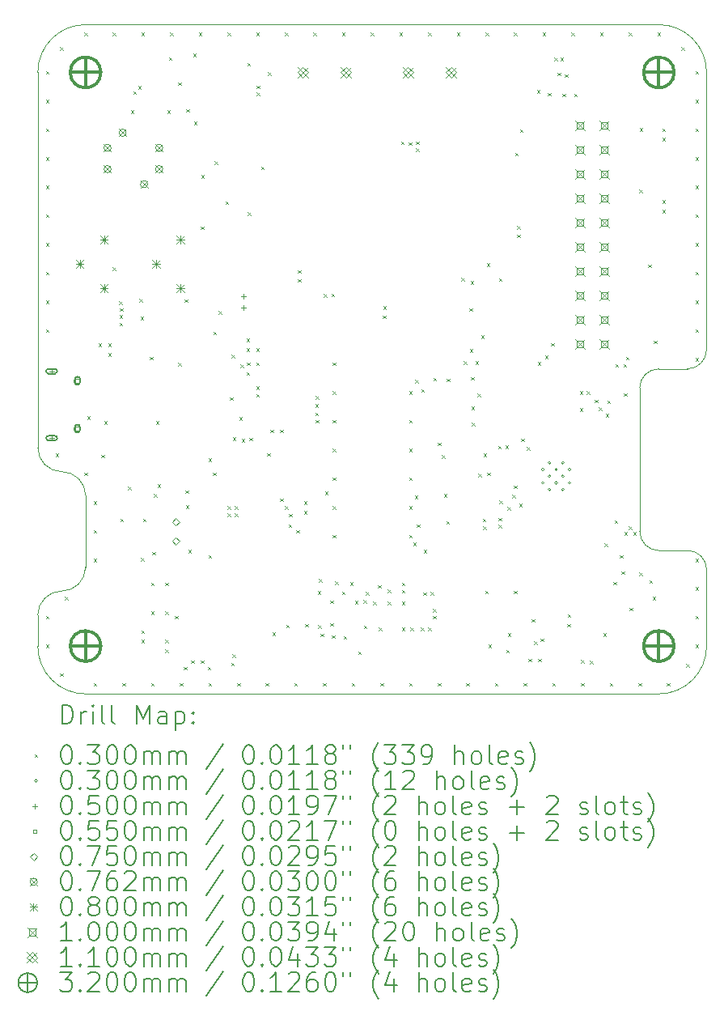
<source format=gbr>
%TF.GenerationSoftware,KiCad,Pcbnew,(6.0.10)*%
%TF.CreationDate,2023-01-06T16:36:47-08:00*%
%TF.ProjectId,ai-camera,61692d63-616d-4657-9261-2e6b69636164,rev?*%
%TF.SameCoordinates,Original*%
%TF.FileFunction,Drillmap*%
%TF.FilePolarity,Positive*%
%FSLAX45Y45*%
G04 Gerber Fmt 4.5, Leading zero omitted, Abs format (unit mm)*
G04 Created by KiCad (PCBNEW (6.0.10)) date 2023-01-06 16:36:47*
%MOMM*%
%LPD*%
G01*
G04 APERTURE LIST*
%ADD10C,0.100000*%
%ADD11C,0.200000*%
%ADD12C,0.030000*%
%ADD13C,0.050000*%
%ADD14C,0.055000*%
%ADD15C,0.075000*%
%ADD16C,0.076200*%
%ADD17C,0.080000*%
%ADD18C,0.110000*%
%ADD19C,0.320000*%
G04 APERTURE END LIST*
D10*
X16500000Y-5000000D02*
G75*
G03*
X16000000Y-4500000I-500000J0D01*
G01*
X9500000Y-8925000D02*
G75*
G03*
X9750000Y-9175000I250000J0D01*
G01*
X16500000Y-10200000D02*
X16500000Y-11000000D01*
X10000000Y-4500000D02*
X16000000Y-4500000D01*
X15800000Y-9800000D02*
G75*
G03*
X16000000Y-10000000I200000J0D01*
G01*
X9750000Y-10425000D02*
G75*
G03*
X9500000Y-10675000I0J-250000D01*
G01*
X16300000Y-8100000D02*
X16000000Y-8100000D01*
X10000000Y-4500000D02*
G75*
G03*
X9500000Y-5000000I0J-500000D01*
G01*
X16500000Y-10200000D02*
G75*
G03*
X16300000Y-10000000I-200000J0D01*
G01*
X9500000Y-8925000D02*
X9500000Y-5000000D01*
X10000000Y-9425000D02*
G75*
G03*
X9750000Y-9175000I-250000J0D01*
G01*
X16000000Y-8100000D02*
G75*
G03*
X15800000Y-8300000I0J-200000D01*
G01*
X16000000Y-10000000D02*
X16300000Y-10000000D01*
X16000000Y-11500000D02*
G75*
G03*
X16500000Y-11000000I0J500000D01*
G01*
X10000000Y-10175000D02*
X10000000Y-9425000D01*
X9500000Y-10675000D02*
X9500000Y-11000000D01*
X16500000Y-5000000D02*
X16500000Y-7900000D01*
X9500000Y-11000000D02*
G75*
G03*
X10000000Y-11500000I500000J0D01*
G01*
X16000000Y-11500000D02*
X10000000Y-11500000D01*
X9750000Y-10425000D02*
G75*
G03*
X10000000Y-10175000I0J250000D01*
G01*
X16300000Y-8100000D02*
G75*
G03*
X16500000Y-7900000I0J200000D01*
G01*
X15800000Y-8300000D02*
X15800000Y-9800000D01*
D11*
D12*
X9585000Y-4985000D02*
X9615000Y-5015000D01*
X9615000Y-4985000D02*
X9585000Y-5015000D01*
X9585000Y-5285000D02*
X9615000Y-5315000D01*
X9615000Y-5285000D02*
X9585000Y-5315000D01*
X9585000Y-5585000D02*
X9615000Y-5615000D01*
X9615000Y-5585000D02*
X9585000Y-5615000D01*
X9585000Y-5885000D02*
X9615000Y-5915000D01*
X9615000Y-5885000D02*
X9585000Y-5915000D01*
X9585000Y-6185000D02*
X9615000Y-6215000D01*
X9615000Y-6185000D02*
X9585000Y-6215000D01*
X9585000Y-6485000D02*
X9615000Y-6515000D01*
X9615000Y-6485000D02*
X9585000Y-6515000D01*
X9585000Y-6785000D02*
X9615000Y-6815000D01*
X9615000Y-6785000D02*
X9585000Y-6815000D01*
X9585000Y-7085000D02*
X9615000Y-7115000D01*
X9615000Y-7085000D02*
X9585000Y-7115000D01*
X9585000Y-7385000D02*
X9615000Y-7415000D01*
X9615000Y-7385000D02*
X9585000Y-7415000D01*
X9585000Y-7685000D02*
X9615000Y-7715000D01*
X9615000Y-7685000D02*
X9585000Y-7715000D01*
X9585000Y-10685000D02*
X9615000Y-10715000D01*
X9615000Y-10685000D02*
X9585000Y-10715000D01*
X9585000Y-10985000D02*
X9615000Y-11015000D01*
X9615000Y-10985000D02*
X9585000Y-11015000D01*
X9685000Y-8985000D02*
X9715000Y-9015000D01*
X9715000Y-8985000D02*
X9685000Y-9015000D01*
X9735000Y-4735000D02*
X9765000Y-4765000D01*
X9765000Y-4735000D02*
X9735000Y-4765000D01*
X9735000Y-11285000D02*
X9765000Y-11315000D01*
X9765000Y-11285000D02*
X9735000Y-11315000D01*
X9785000Y-10485000D02*
X9815000Y-10515000D01*
X9815000Y-10485000D02*
X9785000Y-10515000D01*
X9985000Y-4585000D02*
X10015000Y-4615000D01*
X10015000Y-4585000D02*
X9985000Y-4615000D01*
X9985000Y-9185000D02*
X10015000Y-9215000D01*
X10015000Y-9185000D02*
X9985000Y-9215000D01*
X10015000Y-8597000D02*
X10045000Y-8627000D01*
X10045000Y-8597000D02*
X10015000Y-8627000D01*
X10085000Y-9485000D02*
X10115000Y-9515000D01*
X10115000Y-9485000D02*
X10085000Y-9515000D01*
X10085000Y-9785000D02*
X10115000Y-9815000D01*
X10115000Y-9785000D02*
X10085000Y-9815000D01*
X10085000Y-10085000D02*
X10115000Y-10115000D01*
X10115000Y-10085000D02*
X10085000Y-10115000D01*
X10085000Y-11385000D02*
X10115000Y-11415000D01*
X10115000Y-11385000D02*
X10085000Y-11415000D01*
X10135000Y-7835000D02*
X10165000Y-7865000D01*
X10165000Y-7835000D02*
X10135000Y-7865000D01*
X10163000Y-9000000D02*
X10193000Y-9030000D01*
X10193000Y-9000000D02*
X10163000Y-9030000D01*
X10196000Y-8645000D02*
X10226000Y-8675000D01*
X10226000Y-8645000D02*
X10196000Y-8675000D01*
X10235000Y-7835000D02*
X10265000Y-7865000D01*
X10265000Y-7835000D02*
X10235000Y-7865000D01*
X10235000Y-7935000D02*
X10265000Y-7965000D01*
X10265000Y-7935000D02*
X10235000Y-7965000D01*
X10283000Y-7037000D02*
X10313000Y-7067000D01*
X10313000Y-7037000D02*
X10283000Y-7067000D01*
X10285000Y-4585000D02*
X10315000Y-4615000D01*
X10315000Y-4585000D02*
X10285000Y-4615000D01*
X10353000Y-7394000D02*
X10383000Y-7424000D01*
X10383000Y-7394000D02*
X10353000Y-7424000D01*
X10354000Y-7620000D02*
X10384000Y-7650000D01*
X10384000Y-7620000D02*
X10354000Y-7650000D01*
X10356000Y-7539000D02*
X10386000Y-7569000D01*
X10386000Y-7539000D02*
X10356000Y-7569000D01*
X10358000Y-7467000D02*
X10388000Y-7497000D01*
X10388000Y-7467000D02*
X10358000Y-7497000D01*
X10363000Y-9669000D02*
X10393000Y-9699000D01*
X10393000Y-9669000D02*
X10363000Y-9699000D01*
X10385000Y-11385000D02*
X10415000Y-11415000D01*
X10415000Y-11385000D02*
X10385000Y-11415000D01*
X10442000Y-9333000D02*
X10472000Y-9363000D01*
X10472000Y-9333000D02*
X10442000Y-9363000D01*
X10474000Y-5397000D02*
X10504000Y-5427000D01*
X10504000Y-5397000D02*
X10474000Y-5427000D01*
X10500235Y-5195235D02*
X10530235Y-5225235D01*
X10530235Y-5195235D02*
X10500235Y-5225235D01*
X10551485Y-5143985D02*
X10581485Y-5173985D01*
X10581485Y-5143985D02*
X10551485Y-5173985D01*
X10564231Y-7370350D02*
X10594231Y-7400350D01*
X10594231Y-7370350D02*
X10564231Y-7400350D01*
X10577000Y-7557000D02*
X10607000Y-7587000D01*
X10607000Y-7557000D02*
X10577000Y-7587000D01*
X10578000Y-10077000D02*
X10608000Y-10107000D01*
X10608000Y-10077000D02*
X10578000Y-10107000D01*
X10585000Y-4585000D02*
X10615000Y-4615000D01*
X10615000Y-4585000D02*
X10585000Y-4615000D01*
X10585000Y-10835000D02*
X10615000Y-10865000D01*
X10615000Y-10835000D02*
X10585000Y-10865000D01*
X10585000Y-10935000D02*
X10615000Y-10965000D01*
X10615000Y-10935000D02*
X10585000Y-10965000D01*
X10601934Y-9668720D02*
X10631934Y-9698720D01*
X10631934Y-9668720D02*
X10601934Y-9698720D01*
X10675000Y-7973000D02*
X10705000Y-8003000D01*
X10705000Y-7973000D02*
X10675000Y-8003000D01*
X10685000Y-10335000D02*
X10715000Y-10365000D01*
X10715000Y-10335000D02*
X10685000Y-10365000D01*
X10685000Y-10635000D02*
X10715000Y-10665000D01*
X10715000Y-10635000D02*
X10685000Y-10665000D01*
X10685000Y-11385000D02*
X10715000Y-11415000D01*
X10715000Y-11385000D02*
X10685000Y-11415000D01*
X10697052Y-10015212D02*
X10727052Y-10045212D01*
X10727052Y-10015212D02*
X10697052Y-10045212D01*
X10713000Y-9410000D02*
X10743000Y-9440000D01*
X10743000Y-9410000D02*
X10713000Y-9440000D01*
X10735000Y-8645000D02*
X10765000Y-8675000D01*
X10765000Y-8645000D02*
X10735000Y-8675000D01*
X10754664Y-9306415D02*
X10784664Y-9336415D01*
X10784664Y-9306415D02*
X10754664Y-9336415D01*
X10835000Y-10335000D02*
X10865000Y-10365000D01*
X10865000Y-10335000D02*
X10835000Y-10365000D01*
X10835000Y-10635000D02*
X10865000Y-10665000D01*
X10865000Y-10635000D02*
X10835000Y-10665000D01*
X10835000Y-10935000D02*
X10865000Y-10965000D01*
X10865000Y-10935000D02*
X10835000Y-10965000D01*
X10835000Y-11035000D02*
X10865000Y-11065000D01*
X10865000Y-11035000D02*
X10835000Y-11065000D01*
X10854000Y-5395000D02*
X10884000Y-5425000D01*
X10884000Y-5395000D02*
X10854000Y-5425000D01*
X10870000Y-4840000D02*
X10900000Y-4870000D01*
X10900000Y-4840000D02*
X10870000Y-4870000D01*
X10885000Y-4585000D02*
X10915000Y-4615000D01*
X10915000Y-4585000D02*
X10885000Y-4615000D01*
X10935000Y-10685000D02*
X10965000Y-10715000D01*
X10965000Y-10685000D02*
X10935000Y-10715000D01*
X10968000Y-8039000D02*
X10998000Y-8069000D01*
X10998000Y-8039000D02*
X10968000Y-8069000D01*
X10970000Y-5104000D02*
X11000000Y-5134000D01*
X11000000Y-5104000D02*
X10970000Y-5134000D01*
X10985000Y-11385000D02*
X11015000Y-11415000D01*
X11015000Y-11385000D02*
X10985000Y-11415000D01*
X11030000Y-11215000D02*
X11060000Y-11245000D01*
X11060000Y-11215000D02*
X11030000Y-11245000D01*
X11036000Y-7373000D02*
X11066000Y-7403000D01*
X11066000Y-7373000D02*
X11036000Y-7403000D01*
X11047500Y-9370000D02*
X11077500Y-9400000D01*
X11077500Y-9370000D02*
X11047500Y-9400000D01*
X11050000Y-9527500D02*
X11080000Y-9557500D01*
X11080000Y-9527500D02*
X11050000Y-9557500D01*
X11056000Y-5383000D02*
X11086000Y-5413000D01*
X11086000Y-5383000D02*
X11056000Y-5413000D01*
X11076000Y-9995000D02*
X11106000Y-10025000D01*
X11106000Y-9995000D02*
X11076000Y-10025000D01*
X11105000Y-11150000D02*
X11135000Y-11180000D01*
X11135000Y-11150000D02*
X11105000Y-11180000D01*
X11125750Y-4801750D02*
X11155750Y-4831750D01*
X11155750Y-4801750D02*
X11125750Y-4831750D01*
X11135000Y-5515000D02*
X11165000Y-5545000D01*
X11165000Y-5515000D02*
X11135000Y-5545000D01*
X11185000Y-4585000D02*
X11215000Y-4615000D01*
X11215000Y-4585000D02*
X11185000Y-4615000D01*
X11204000Y-6612000D02*
X11234000Y-6642000D01*
X11234000Y-6612000D02*
X11204000Y-6642000D01*
X11205000Y-11150000D02*
X11235000Y-11180000D01*
X11235000Y-11150000D02*
X11205000Y-11180000D01*
X11210000Y-6074000D02*
X11240000Y-6104000D01*
X11240000Y-6074000D02*
X11210000Y-6104000D01*
X11280000Y-11215000D02*
X11310000Y-11245000D01*
X11310000Y-11215000D02*
X11280000Y-11245000D01*
X11285000Y-9035000D02*
X11315000Y-9065000D01*
X11315000Y-9035000D02*
X11285000Y-9065000D01*
X11285000Y-11385000D02*
X11315000Y-11415000D01*
X11315000Y-11385000D02*
X11285000Y-11415000D01*
X11287000Y-10049000D02*
X11317000Y-10079000D01*
X11317000Y-10049000D02*
X11287000Y-10079000D01*
X11335000Y-9185000D02*
X11365000Y-9215000D01*
X11365000Y-9185000D02*
X11335000Y-9215000D01*
X11337000Y-7712000D02*
X11367000Y-7742000D01*
X11367000Y-7712000D02*
X11337000Y-7742000D01*
X11349000Y-5931000D02*
X11379000Y-5961000D01*
X11379000Y-5931000D02*
X11349000Y-5961000D01*
X11394000Y-7495000D02*
X11424000Y-7525000D01*
X11424000Y-7495000D02*
X11394000Y-7525000D01*
X11464000Y-6347000D02*
X11494000Y-6377000D01*
X11494000Y-6347000D02*
X11464000Y-6377000D01*
X11485000Y-4585000D02*
X11515000Y-4615000D01*
X11515000Y-4585000D02*
X11485000Y-4615000D01*
X11485000Y-9535000D02*
X11515000Y-9565000D01*
X11515000Y-9535000D02*
X11485000Y-9565000D01*
X11485000Y-9610000D02*
X11515000Y-9640000D01*
X11515000Y-9610000D02*
X11485000Y-9640000D01*
X11511000Y-8397000D02*
X11541000Y-8427000D01*
X11541000Y-8397000D02*
X11511000Y-8427000D01*
X11525352Y-11175352D02*
X11555352Y-11205352D01*
X11555352Y-11175352D02*
X11525352Y-11205352D01*
X11527870Y-7952650D02*
X11557870Y-7982650D01*
X11557870Y-7952650D02*
X11527870Y-7982650D01*
X11535000Y-11085000D02*
X11565000Y-11115000D01*
X11565000Y-11085000D02*
X11535000Y-11115000D01*
X11539704Y-8818296D02*
X11569704Y-8848296D01*
X11569704Y-8818296D02*
X11539704Y-8848296D01*
X11560000Y-9535000D02*
X11590000Y-9565000D01*
X11590000Y-9535000D02*
X11560000Y-9565000D01*
X11560000Y-9610000D02*
X11590000Y-9640000D01*
X11590000Y-9610000D02*
X11560000Y-9640000D01*
X11585000Y-11385000D02*
X11615000Y-11415000D01*
X11615000Y-11385000D02*
X11585000Y-11415000D01*
X11610000Y-8604000D02*
X11640000Y-8634000D01*
X11640000Y-8604000D02*
X11610000Y-8634000D01*
X11618673Y-8053190D02*
X11648673Y-8083190D01*
X11648673Y-8053190D02*
X11618673Y-8083190D01*
X11635000Y-8835000D02*
X11665000Y-8865000D01*
X11665000Y-8835000D02*
X11635000Y-8865000D01*
X11685000Y-7785000D02*
X11715000Y-7815000D01*
X11715000Y-7785000D02*
X11685000Y-7815000D01*
X11685000Y-7885000D02*
X11715000Y-7915000D01*
X11715000Y-7885000D02*
X11685000Y-7915000D01*
X11685000Y-8135000D02*
X11715000Y-8165000D01*
X11715000Y-8135000D02*
X11685000Y-8165000D01*
X11688736Y-8033975D02*
X11718736Y-8063975D01*
X11718736Y-8033975D02*
X11688736Y-8063975D01*
X11694093Y-4901578D02*
X11724093Y-4931578D01*
X11724093Y-4901578D02*
X11694093Y-4931578D01*
X11699000Y-6462260D02*
X11729000Y-6492260D01*
X11729000Y-6462260D02*
X11699000Y-6492260D01*
X11714000Y-8819000D02*
X11744000Y-8849000D01*
X11744000Y-8819000D02*
X11714000Y-8849000D01*
X11785000Y-4585000D02*
X11815000Y-4615000D01*
X11815000Y-4585000D02*
X11785000Y-4615000D01*
X11785000Y-7886992D02*
X11815000Y-7916992D01*
X11815000Y-7886992D02*
X11785000Y-7916992D01*
X11785000Y-8035000D02*
X11815000Y-8065000D01*
X11815000Y-8035000D02*
X11785000Y-8065000D01*
X11785000Y-8285000D02*
X11815000Y-8315000D01*
X11815000Y-8285000D02*
X11785000Y-8315000D01*
X11785000Y-8362190D02*
X11815000Y-8392190D01*
X11815000Y-8362190D02*
X11785000Y-8392190D01*
X11789000Y-5138000D02*
X11819000Y-5168000D01*
X11819000Y-5138000D02*
X11789000Y-5168000D01*
X11790000Y-5211000D02*
X11820000Y-5241000D01*
X11820000Y-5211000D02*
X11790000Y-5241000D01*
X11835000Y-5982500D02*
X11865000Y-6012500D01*
X11865000Y-5982500D02*
X11835000Y-6012500D01*
X11885000Y-11385000D02*
X11915000Y-11415000D01*
X11915000Y-11385000D02*
X11885000Y-11415000D01*
X11902500Y-8980000D02*
X11932500Y-9010000D01*
X11932500Y-8980000D02*
X11902500Y-9010000D01*
X11907350Y-4997500D02*
X11937350Y-5027500D01*
X11937350Y-4997500D02*
X11907350Y-5027500D01*
X11935000Y-8735000D02*
X11965000Y-8765000D01*
X11965000Y-8735000D02*
X11935000Y-8765000D01*
X11954000Y-10855000D02*
X11984000Y-10885000D01*
X11984000Y-10855000D02*
X11954000Y-10885000D01*
X12035000Y-8735000D02*
X12065000Y-8765000D01*
X12065000Y-8735000D02*
X12035000Y-8765000D01*
X12038000Y-9457000D02*
X12068000Y-9487000D01*
X12068000Y-9457000D02*
X12038000Y-9487000D01*
X12085000Y-4585000D02*
X12115000Y-4615000D01*
X12115000Y-4585000D02*
X12085000Y-4615000D01*
X12085000Y-9535000D02*
X12115000Y-9565000D01*
X12115000Y-9535000D02*
X12085000Y-9565000D01*
X12101000Y-10775000D02*
X12131000Y-10805000D01*
X12131000Y-10775000D02*
X12101000Y-10805000D01*
X12125000Y-9725000D02*
X12155000Y-9755000D01*
X12155000Y-9725000D02*
X12125000Y-9755000D01*
X12129000Y-9618000D02*
X12159000Y-9648000D01*
X12159000Y-9618000D02*
X12129000Y-9648000D01*
X12185000Y-11385000D02*
X12215000Y-11415000D01*
X12215000Y-11385000D02*
X12185000Y-11415000D01*
X12205000Y-9785000D02*
X12235000Y-9815000D01*
X12235000Y-9785000D02*
X12205000Y-9815000D01*
X12220000Y-7160000D02*
X12250000Y-7190000D01*
X12250000Y-7160000D02*
X12220000Y-7190000D01*
X12221000Y-7069000D02*
X12251000Y-7099000D01*
X12251000Y-7069000D02*
X12221000Y-7099000D01*
X12285000Y-9485000D02*
X12315000Y-9515000D01*
X12315000Y-9485000D02*
X12285000Y-9515000D01*
X12285000Y-9585000D02*
X12315000Y-9615000D01*
X12315000Y-9585000D02*
X12285000Y-9615000D01*
X12297000Y-10769000D02*
X12327000Y-10799000D01*
X12327000Y-10769000D02*
X12297000Y-10799000D01*
X12385000Y-4585000D02*
X12415000Y-4615000D01*
X12415000Y-4585000D02*
X12385000Y-4615000D01*
X12403000Y-8471500D02*
X12433000Y-8501500D01*
X12433000Y-8471500D02*
X12403000Y-8501500D01*
X12403000Y-8556500D02*
X12433000Y-8586500D01*
X12433000Y-8556500D02*
X12403000Y-8586500D01*
X12410000Y-8385000D02*
X12440000Y-8415000D01*
X12440000Y-8385000D02*
X12410000Y-8415000D01*
X12410000Y-8635000D02*
X12440000Y-8665000D01*
X12440000Y-8635000D02*
X12410000Y-8665000D01*
X12429000Y-10423000D02*
X12459000Y-10453000D01*
X12459000Y-10423000D02*
X12429000Y-10453000D01*
X12434000Y-10779000D02*
X12464000Y-10809000D01*
X12464000Y-10779000D02*
X12434000Y-10809000D01*
X12443000Y-10300000D02*
X12473000Y-10330000D01*
X12473000Y-10300000D02*
X12443000Y-10330000D01*
X12461000Y-10869000D02*
X12491000Y-10899000D01*
X12491000Y-10869000D02*
X12461000Y-10899000D01*
X12485000Y-11385000D02*
X12515000Y-11415000D01*
X12515000Y-11385000D02*
X12485000Y-11415000D01*
X12494000Y-7319000D02*
X12524000Y-7349000D01*
X12524000Y-7319000D02*
X12494000Y-7349000D01*
X12505000Y-9385000D02*
X12535000Y-9415000D01*
X12535000Y-9385000D02*
X12505000Y-9415000D01*
X12559000Y-10523467D02*
X12589000Y-10553467D01*
X12589000Y-10523467D02*
X12559000Y-10553467D01*
X12560000Y-10759373D02*
X12590000Y-10789373D01*
X12590000Y-10759373D02*
X12560000Y-10789373D01*
X12575000Y-7312000D02*
X12605000Y-7342000D01*
X12605000Y-7312000D02*
X12575000Y-7342000D01*
X12580000Y-10887000D02*
X12610000Y-10917000D01*
X12610000Y-10887000D02*
X12580000Y-10917000D01*
X12585000Y-8035000D02*
X12615000Y-8065000D01*
X12615000Y-8035000D02*
X12585000Y-8065000D01*
X12585000Y-8335000D02*
X12615000Y-8365000D01*
X12615000Y-8335000D02*
X12585000Y-8365000D01*
X12585000Y-8635000D02*
X12615000Y-8665000D01*
X12615000Y-8635000D02*
X12585000Y-8665000D01*
X12585000Y-8935000D02*
X12615000Y-8965000D01*
X12615000Y-8935000D02*
X12585000Y-8965000D01*
X12585000Y-9235000D02*
X12615000Y-9265000D01*
X12615000Y-9235000D02*
X12585000Y-9265000D01*
X12585000Y-9535000D02*
X12615000Y-9565000D01*
X12615000Y-9535000D02*
X12585000Y-9565000D01*
X12585000Y-9835000D02*
X12615000Y-9865000D01*
X12615000Y-9835000D02*
X12585000Y-9865000D01*
X12613000Y-10324000D02*
X12643000Y-10354000D01*
X12643000Y-10324000D02*
X12613000Y-10354000D01*
X12684000Y-10428000D02*
X12714000Y-10458000D01*
X12714000Y-10428000D02*
X12684000Y-10458000D01*
X12685000Y-4585000D02*
X12715000Y-4615000D01*
X12715000Y-4585000D02*
X12685000Y-4615000D01*
X12700000Y-10894000D02*
X12730000Y-10924000D01*
X12730000Y-10894000D02*
X12700000Y-10924000D01*
X12769000Y-10331000D02*
X12799000Y-10361000D01*
X12799000Y-10331000D02*
X12769000Y-10361000D01*
X12785000Y-11385000D02*
X12815000Y-11415000D01*
X12815000Y-11385000D02*
X12785000Y-11415000D01*
X12819000Y-10528350D02*
X12849000Y-10558350D01*
X12849000Y-10528350D02*
X12819000Y-10558350D01*
X12852000Y-11055700D02*
X12882000Y-11085700D01*
X12882000Y-11055700D02*
X12852000Y-11085700D01*
X12908000Y-10516000D02*
X12938000Y-10546000D01*
X12938000Y-10516000D02*
X12908000Y-10546000D01*
X12911000Y-10784000D02*
X12941000Y-10814000D01*
X12941000Y-10784000D02*
X12911000Y-10814000D01*
X12935000Y-10435000D02*
X12965000Y-10465000D01*
X12965000Y-10435000D02*
X12935000Y-10465000D01*
X12985000Y-4585000D02*
X13015000Y-4615000D01*
X13015000Y-4585000D02*
X12985000Y-4615000D01*
X13010000Y-10535000D02*
X13040000Y-10565000D01*
X13040000Y-10535000D02*
X13010000Y-10565000D01*
X13060000Y-10360000D02*
X13090000Y-10390000D01*
X13090000Y-10360000D02*
X13060000Y-10390000D01*
X13071000Y-10806000D02*
X13101000Y-10836000D01*
X13101000Y-10806000D02*
X13071000Y-10836000D01*
X13085000Y-11385000D02*
X13115000Y-11415000D01*
X13115000Y-11385000D02*
X13085000Y-11415000D01*
X13113000Y-7542000D02*
X13143000Y-7572000D01*
X13143000Y-7542000D02*
X13113000Y-7572000D01*
X13114000Y-7445000D02*
X13144000Y-7475000D01*
X13144000Y-7445000D02*
X13114000Y-7475000D01*
X13160000Y-10410000D02*
X13190000Y-10440000D01*
X13190000Y-10410000D02*
X13160000Y-10440000D01*
X13160000Y-10535000D02*
X13190000Y-10565000D01*
X13190000Y-10535000D02*
X13160000Y-10565000D01*
X13285000Y-4585000D02*
X13315000Y-4615000D01*
X13315000Y-4585000D02*
X13285000Y-4615000D01*
X13303000Y-5723000D02*
X13333000Y-5753000D01*
X13333000Y-5723000D02*
X13303000Y-5753000D01*
X13310000Y-10335000D02*
X13340000Y-10365000D01*
X13340000Y-10335000D02*
X13310000Y-10365000D01*
X13310000Y-10412350D02*
X13340000Y-10442350D01*
X13340000Y-10412350D02*
X13310000Y-10442350D01*
X13310000Y-10535000D02*
X13340000Y-10565000D01*
X13340000Y-10535000D02*
X13310000Y-10565000D01*
X13311000Y-10805000D02*
X13341000Y-10835000D01*
X13341000Y-10805000D02*
X13311000Y-10835000D01*
X13380000Y-5730000D02*
X13410000Y-5760000D01*
X13410000Y-5730000D02*
X13380000Y-5760000D01*
X13384769Y-8335213D02*
X13414769Y-8365213D01*
X13414769Y-8335213D02*
X13384769Y-8365213D01*
X13385000Y-8635000D02*
X13415000Y-8665000D01*
X13415000Y-8635000D02*
X13385000Y-8665000D01*
X13385000Y-8935000D02*
X13415000Y-8965000D01*
X13415000Y-8935000D02*
X13385000Y-8965000D01*
X13385000Y-9235000D02*
X13415000Y-9265000D01*
X13415000Y-9235000D02*
X13385000Y-9265000D01*
X13385000Y-9535000D02*
X13415000Y-9565000D01*
X13415000Y-9535000D02*
X13385000Y-9565000D01*
X13385000Y-9835000D02*
X13415000Y-9865000D01*
X13415000Y-9835000D02*
X13385000Y-9865000D01*
X13385000Y-11385000D02*
X13415000Y-11415000D01*
X13415000Y-11385000D02*
X13385000Y-11415000D01*
X13399000Y-10805000D02*
X13429000Y-10835000D01*
X13429000Y-10805000D02*
X13399000Y-10835000D01*
X13428000Y-9918000D02*
X13458000Y-9948000D01*
X13458000Y-9918000D02*
X13428000Y-9948000D01*
X13445000Y-9425000D02*
X13475000Y-9455000D01*
X13475000Y-9425000D02*
X13445000Y-9455000D01*
X13451000Y-8215000D02*
X13481000Y-8245000D01*
X13481000Y-8215000D02*
X13451000Y-8245000D01*
X13457000Y-5721000D02*
X13487000Y-5751000D01*
X13487000Y-5721000D02*
X13457000Y-5751000D01*
X13458000Y-5794000D02*
X13488000Y-5824000D01*
X13488000Y-5794000D02*
X13458000Y-5824000D01*
X13465000Y-9725000D02*
X13495000Y-9755000D01*
X13495000Y-9725000D02*
X13465000Y-9755000D01*
X13510000Y-10805000D02*
X13540000Y-10835000D01*
X13540000Y-10805000D02*
X13510000Y-10835000D01*
X13513000Y-8313000D02*
X13543000Y-8343000D01*
X13543000Y-8313000D02*
X13513000Y-8343000D01*
X13535861Y-10435861D02*
X13565861Y-10465861D01*
X13565861Y-10435861D02*
X13535861Y-10465861D01*
X13540000Y-9993000D02*
X13570000Y-10023000D01*
X13570000Y-9993000D02*
X13540000Y-10023000D01*
X13585000Y-4585000D02*
X13615000Y-4615000D01*
X13615000Y-4585000D02*
X13585000Y-4615000D01*
X13585000Y-10805000D02*
X13615000Y-10835000D01*
X13615000Y-10805000D02*
X13585000Y-10835000D01*
X13610000Y-10435000D02*
X13640000Y-10465000D01*
X13640000Y-10435000D02*
X13610000Y-10465000D01*
X13635000Y-10610000D02*
X13665000Y-10640000D01*
X13665000Y-10610000D02*
X13635000Y-10640000D01*
X13635000Y-10685000D02*
X13665000Y-10715000D01*
X13665000Y-10685000D02*
X13635000Y-10715000D01*
X13640350Y-8195000D02*
X13670350Y-8225000D01*
X13670350Y-8195000D02*
X13640350Y-8225000D01*
X13685000Y-11385000D02*
X13715000Y-11415000D01*
X13715000Y-11385000D02*
X13685000Y-11415000D01*
X13689000Y-8871000D02*
X13719000Y-8901000D01*
X13719000Y-8871000D02*
X13689000Y-8901000D01*
X13728000Y-9002000D02*
X13758000Y-9032000D01*
X13758000Y-9002000D02*
X13728000Y-9032000D01*
X13750000Y-9410000D02*
X13780000Y-9440000D01*
X13780000Y-9410000D02*
X13750000Y-9440000D01*
X13777000Y-9692000D02*
X13807000Y-9722000D01*
X13807000Y-9692000D02*
X13777000Y-9722000D01*
X13780650Y-8202895D02*
X13810650Y-8232895D01*
X13810650Y-8202895D02*
X13780650Y-8232895D01*
X13885000Y-4585000D02*
X13915000Y-4615000D01*
X13915000Y-4585000D02*
X13885000Y-4615000D01*
X13933000Y-7149000D02*
X13963000Y-7179000D01*
X13963000Y-7149000D02*
X13933000Y-7179000D01*
X13959000Y-8021000D02*
X13989000Y-8051000D01*
X13989000Y-8021000D02*
X13959000Y-8051000D01*
X13985000Y-11385000D02*
X14015000Y-11415000D01*
X14015000Y-11385000D02*
X13985000Y-11415000D01*
X14018000Y-7466650D02*
X14048000Y-7496650D01*
X14048000Y-7466650D02*
X14018000Y-7496650D01*
X14020000Y-7894000D02*
X14050000Y-7924000D01*
X14050000Y-7894000D02*
X14020000Y-7924000D01*
X14028352Y-7183648D02*
X14058352Y-7213648D01*
X14058352Y-7183648D02*
X14028352Y-7213648D01*
X14035000Y-8185000D02*
X14065000Y-8215000D01*
X14065000Y-8185000D02*
X14035000Y-8215000D01*
X14040000Y-8494000D02*
X14070000Y-8524000D01*
X14070000Y-8494000D02*
X14040000Y-8524000D01*
X14043000Y-8665000D02*
X14073000Y-8695000D01*
X14073000Y-8665000D02*
X14043000Y-8695000D01*
X14080000Y-8021000D02*
X14110000Y-8051000D01*
X14110000Y-8021000D02*
X14080000Y-8051000D01*
X14104000Y-8361350D02*
X14134000Y-8391350D01*
X14134000Y-8361350D02*
X14104000Y-8391350D01*
X14108030Y-9196266D02*
X14138030Y-9226266D01*
X14138030Y-9196266D02*
X14108030Y-9226266D01*
X14139000Y-7749000D02*
X14169000Y-7779000D01*
X14169000Y-7749000D02*
X14139000Y-7779000D01*
X14155000Y-9669000D02*
X14185000Y-9699000D01*
X14185000Y-9669000D02*
X14155000Y-9699000D01*
X14161000Y-9749000D02*
X14191000Y-9779000D01*
X14191000Y-9749000D02*
X14161000Y-9779000D01*
X14167000Y-8984000D02*
X14197000Y-9014000D01*
X14197000Y-8984000D02*
X14167000Y-9014000D01*
X14184000Y-10421000D02*
X14214000Y-10451000D01*
X14214000Y-10421000D02*
X14184000Y-10451000D01*
X14185000Y-4585000D02*
X14215000Y-4615000D01*
X14215000Y-4585000D02*
X14185000Y-4615000D01*
X14199000Y-6998000D02*
X14229000Y-7028000D01*
X14229000Y-6998000D02*
X14199000Y-7028000D01*
X14201774Y-9183000D02*
X14231774Y-9213000D01*
X14231774Y-9183000D02*
X14201774Y-9213000D01*
X14217000Y-10984000D02*
X14247000Y-11014000D01*
X14247000Y-10984000D02*
X14217000Y-11014000D01*
X14285000Y-11385000D02*
X14315000Y-11415000D01*
X14315000Y-11385000D02*
X14285000Y-11415000D01*
X14319393Y-8903510D02*
X14349393Y-8933510D01*
X14349393Y-8903510D02*
X14319393Y-8933510D01*
X14319863Y-9659381D02*
X14349863Y-9689381D01*
X14349863Y-9659381D02*
X14319863Y-9689381D01*
X14322000Y-9732000D02*
X14352000Y-9762000D01*
X14352000Y-9732000D02*
X14322000Y-9762000D01*
X14325000Y-7151000D02*
X14355000Y-7181000D01*
X14355000Y-7151000D02*
X14325000Y-7181000D01*
X14330000Y-9478000D02*
X14360000Y-9508000D01*
X14360000Y-9478000D02*
X14330000Y-9508000D01*
X14392000Y-8901000D02*
X14422000Y-8931000D01*
X14422000Y-8901000D02*
X14392000Y-8931000D01*
X14402500Y-11037500D02*
X14432500Y-11067500D01*
X14432500Y-11037500D02*
X14402500Y-11067500D01*
X14415000Y-9544000D02*
X14445000Y-9574000D01*
X14445000Y-9544000D02*
X14415000Y-9574000D01*
X14417500Y-10867500D02*
X14447500Y-10897500D01*
X14447500Y-10867500D02*
X14417500Y-10897500D01*
X14468000Y-9418000D02*
X14498000Y-9448000D01*
X14498000Y-9418000D02*
X14468000Y-9448000D01*
X14481852Y-9320148D02*
X14511852Y-9350148D01*
X14511852Y-9320148D02*
X14481852Y-9350148D01*
X14482000Y-10421000D02*
X14512000Y-10451000D01*
X14512000Y-10421000D02*
X14482000Y-10451000D01*
X14485000Y-4585000D02*
X14515000Y-4615000D01*
X14515000Y-4585000D02*
X14485000Y-4615000D01*
X14494650Y-5839000D02*
X14524650Y-5869000D01*
X14524650Y-5839000D02*
X14494650Y-5869000D01*
X14515150Y-6608000D02*
X14545150Y-6638000D01*
X14545150Y-6608000D02*
X14515150Y-6638000D01*
X14515150Y-6695000D02*
X14545150Y-6725000D01*
X14545150Y-6695000D02*
X14515150Y-6725000D01*
X14537500Y-9510000D02*
X14567500Y-9540000D01*
X14567500Y-9510000D02*
X14537500Y-9540000D01*
X14546000Y-5596000D02*
X14576000Y-5626000D01*
X14576000Y-5596000D02*
X14546000Y-5626000D01*
X14560000Y-8830000D02*
X14590000Y-8860000D01*
X14590000Y-8830000D02*
X14560000Y-8860000D01*
X14585000Y-11385000D02*
X14615000Y-11415000D01*
X14615000Y-11385000D02*
X14585000Y-11415000D01*
X14620000Y-8917500D02*
X14650000Y-8947500D01*
X14650000Y-8917500D02*
X14620000Y-8947500D01*
X14635000Y-11133500D02*
X14665000Y-11163500D01*
X14665000Y-11133500D02*
X14635000Y-11163500D01*
X14670000Y-10717500D02*
X14700000Y-10747500D01*
X14700000Y-10717500D02*
X14670000Y-10747500D01*
X14692500Y-10950000D02*
X14722500Y-10980000D01*
X14722500Y-10950000D02*
X14692500Y-10980000D01*
X14725000Y-5186000D02*
X14755000Y-5216000D01*
X14755000Y-5186000D02*
X14725000Y-5216000D01*
X14731000Y-8030000D02*
X14761000Y-8060000D01*
X14761000Y-8030000D02*
X14731000Y-8060000D01*
X14735000Y-11133500D02*
X14765000Y-11163500D01*
X14765000Y-11133500D02*
X14735000Y-11163500D01*
X14762500Y-10920000D02*
X14792500Y-10950000D01*
X14792500Y-10920000D02*
X14762500Y-10950000D01*
X14785000Y-4585000D02*
X14815000Y-4615000D01*
X14815000Y-4585000D02*
X14785000Y-4615000D01*
X14809000Y-7961000D02*
X14839000Y-7991000D01*
X14839000Y-7961000D02*
X14809000Y-7991000D01*
X14838000Y-5212000D02*
X14868000Y-5242000D01*
X14868000Y-5212000D02*
X14838000Y-5242000D01*
X14870350Y-7831376D02*
X14900350Y-7861376D01*
X14900350Y-7831376D02*
X14870350Y-7861376D01*
X14885000Y-11385000D02*
X14915000Y-11415000D01*
X14915000Y-11385000D02*
X14885000Y-11415000D01*
X14905000Y-4844000D02*
X14935000Y-4874000D01*
X14935000Y-4844000D02*
X14905000Y-4874000D01*
X14939000Y-5002000D02*
X14969000Y-5032000D01*
X14969000Y-5002000D02*
X14939000Y-5032000D01*
X14971000Y-4845000D02*
X15001000Y-4875000D01*
X15001000Y-4845000D02*
X14971000Y-4875000D01*
X14990000Y-5222000D02*
X15020000Y-5252000D01*
X15020000Y-5222000D02*
X14990000Y-5252000D01*
X15016000Y-5019000D02*
X15046000Y-5049000D01*
X15046000Y-5019000D02*
X15016000Y-5049000D01*
X15042500Y-10767500D02*
X15072500Y-10797500D01*
X15072500Y-10767500D02*
X15042500Y-10797500D01*
X15045000Y-10665000D02*
X15075000Y-10695000D01*
X15075000Y-10665000D02*
X15045000Y-10695000D01*
X15085000Y-4585000D02*
X15115000Y-4615000D01*
X15115000Y-4585000D02*
X15085000Y-4615000D01*
X15112000Y-5222000D02*
X15142000Y-5252000D01*
X15142000Y-5222000D02*
X15112000Y-5252000D01*
X15170850Y-8335000D02*
X15200850Y-8365000D01*
X15200850Y-8335000D02*
X15170850Y-8365000D01*
X15171000Y-8511000D02*
X15201000Y-8541000D01*
X15201000Y-8511000D02*
X15171000Y-8541000D01*
X15185000Y-11147000D02*
X15215000Y-11177000D01*
X15215000Y-11147000D02*
X15185000Y-11177000D01*
X15185000Y-11385000D02*
X15215000Y-11415000D01*
X15215000Y-11385000D02*
X15185000Y-11415000D01*
X15243500Y-8335000D02*
X15273500Y-8365000D01*
X15273500Y-8335000D02*
X15243500Y-8365000D01*
X15278000Y-11153000D02*
X15308000Y-11183000D01*
X15308000Y-11153000D02*
X15278000Y-11183000D01*
X15329649Y-8424503D02*
X15359649Y-8454503D01*
X15359649Y-8424503D02*
X15329649Y-8454503D01*
X15372350Y-8503499D02*
X15402350Y-8533499D01*
X15402350Y-8503499D02*
X15372350Y-8533499D01*
X15385000Y-4585000D02*
X15415000Y-4615000D01*
X15415000Y-4585000D02*
X15385000Y-4615000D01*
X15420000Y-10864074D02*
X15450000Y-10894074D01*
X15450000Y-10864074D02*
X15420000Y-10894074D01*
X15433000Y-9926000D02*
X15463000Y-9956000D01*
X15463000Y-9926000D02*
X15433000Y-9956000D01*
X15444824Y-8569618D02*
X15474824Y-8599618D01*
X15474824Y-8569618D02*
X15444824Y-8599618D01*
X15462500Y-8430000D02*
X15492500Y-8460000D01*
X15492500Y-8430000D02*
X15462500Y-8460000D01*
X15485000Y-11385000D02*
X15515000Y-11415000D01*
X15515000Y-11385000D02*
X15485000Y-11415000D01*
X15522000Y-10327000D02*
X15552000Y-10357000D01*
X15552000Y-10327000D02*
X15522000Y-10357000D01*
X15535000Y-9685000D02*
X15565000Y-9715000D01*
X15565000Y-9685000D02*
X15535000Y-9715000D01*
X15546000Y-8050000D02*
X15576000Y-8080000D01*
X15576000Y-8050000D02*
X15546000Y-8080000D01*
X15589829Y-10046726D02*
X15619829Y-10076726D01*
X15619829Y-10046726D02*
X15589829Y-10076726D01*
X15607000Y-10218000D02*
X15637000Y-10248000D01*
X15637000Y-10218000D02*
X15607000Y-10248000D01*
X15630000Y-8050000D02*
X15660000Y-8080000D01*
X15660000Y-8050000D02*
X15630000Y-8080000D01*
X15635000Y-8354000D02*
X15665000Y-8384000D01*
X15665000Y-8354000D02*
X15635000Y-8384000D01*
X15638000Y-9809000D02*
X15668000Y-9839000D01*
X15668000Y-9809000D02*
X15638000Y-9839000D01*
X15656000Y-7974000D02*
X15686000Y-8004000D01*
X15686000Y-7974000D02*
X15656000Y-8004000D01*
X15683000Y-9747000D02*
X15713000Y-9777000D01*
X15713000Y-9747000D02*
X15683000Y-9777000D01*
X15685000Y-4585000D02*
X15715000Y-4615000D01*
X15715000Y-4585000D02*
X15685000Y-4615000D01*
X15695000Y-10600000D02*
X15725000Y-10630000D01*
X15725000Y-10600000D02*
X15695000Y-10630000D01*
X15730000Y-9808000D02*
X15760000Y-9838000D01*
X15760000Y-9808000D02*
X15730000Y-9838000D01*
X15785000Y-11385000D02*
X15815000Y-11415000D01*
X15815000Y-11385000D02*
X15785000Y-11415000D01*
X15793000Y-10230000D02*
X15823000Y-10260000D01*
X15823000Y-10230000D02*
X15793000Y-10260000D01*
X15795000Y-6225000D02*
X15825000Y-6255000D01*
X15825000Y-6225000D02*
X15795000Y-6255000D01*
X15799000Y-5582000D02*
X15829000Y-5612000D01*
X15829000Y-5582000D02*
X15799000Y-5612000D01*
X15889000Y-7010000D02*
X15919000Y-7040000D01*
X15919000Y-7010000D02*
X15889000Y-7040000D01*
X15902000Y-10312000D02*
X15932000Y-10342000D01*
X15932000Y-10312000D02*
X15902000Y-10342000D01*
X15933750Y-10485750D02*
X15963750Y-10515750D01*
X15963750Y-10485750D02*
X15933750Y-10515750D01*
X15948000Y-7805000D02*
X15978000Y-7835000D01*
X15978000Y-7805000D02*
X15948000Y-7835000D01*
X15985000Y-4585000D02*
X16015000Y-4615000D01*
X16015000Y-4585000D02*
X15985000Y-4615000D01*
X16035000Y-5585000D02*
X16065000Y-5615000D01*
X16065000Y-5585000D02*
X16035000Y-5615000D01*
X16035000Y-5685000D02*
X16065000Y-5715000D01*
X16065000Y-5685000D02*
X16035000Y-5715000D01*
X16035000Y-6335000D02*
X16065000Y-6365000D01*
X16065000Y-6335000D02*
X16035000Y-6365000D01*
X16035000Y-6435000D02*
X16065000Y-6465000D01*
X16065000Y-6435000D02*
X16035000Y-6465000D01*
X16085000Y-11385000D02*
X16115000Y-11415000D01*
X16115000Y-11385000D02*
X16085000Y-11415000D01*
X16235000Y-4735000D02*
X16265000Y-4765000D01*
X16265000Y-4735000D02*
X16235000Y-4765000D01*
X16285000Y-11185000D02*
X16315000Y-11215000D01*
X16315000Y-11185000D02*
X16285000Y-11215000D01*
X16385000Y-4985000D02*
X16415000Y-5015000D01*
X16415000Y-4985000D02*
X16385000Y-5015000D01*
X16385000Y-5285000D02*
X16415000Y-5315000D01*
X16415000Y-5285000D02*
X16385000Y-5315000D01*
X16385000Y-5585000D02*
X16415000Y-5615000D01*
X16415000Y-5585000D02*
X16385000Y-5615000D01*
X16385000Y-5885000D02*
X16415000Y-5915000D01*
X16415000Y-5885000D02*
X16385000Y-5915000D01*
X16385000Y-6185000D02*
X16415000Y-6215000D01*
X16415000Y-6185000D02*
X16385000Y-6215000D01*
X16385000Y-6485000D02*
X16415000Y-6515000D01*
X16415000Y-6485000D02*
X16385000Y-6515000D01*
X16385000Y-6785000D02*
X16415000Y-6815000D01*
X16415000Y-6785000D02*
X16385000Y-6815000D01*
X16385000Y-7085000D02*
X16415000Y-7115000D01*
X16415000Y-7085000D02*
X16385000Y-7115000D01*
X16385000Y-7385000D02*
X16415000Y-7415000D01*
X16415000Y-7385000D02*
X16385000Y-7415000D01*
X16385000Y-7685000D02*
X16415000Y-7715000D01*
X16415000Y-7685000D02*
X16385000Y-7715000D01*
X16385000Y-7985000D02*
X16415000Y-8015000D01*
X16415000Y-7985000D02*
X16385000Y-8015000D01*
X16385000Y-10085000D02*
X16415000Y-10115000D01*
X16415000Y-10085000D02*
X16385000Y-10115000D01*
X16385000Y-10385000D02*
X16415000Y-10415000D01*
X16415000Y-10385000D02*
X16385000Y-10415000D01*
X16385000Y-10685000D02*
X16415000Y-10715000D01*
X16415000Y-10685000D02*
X16385000Y-10715000D01*
X16385000Y-10985000D02*
X16415000Y-11015000D01*
X16415000Y-10985000D02*
X16385000Y-11015000D01*
X14801000Y-9153000D02*
G75*
G03*
X14801000Y-9153000I-15000J0D01*
G01*
X14801000Y-9293000D02*
G75*
G03*
X14801000Y-9293000I-15000J0D01*
G01*
X14871000Y-9083000D02*
G75*
G03*
X14871000Y-9083000I-15000J0D01*
G01*
X14871000Y-9223000D02*
G75*
G03*
X14871000Y-9223000I-15000J0D01*
G01*
X14871000Y-9363000D02*
G75*
G03*
X14871000Y-9363000I-15000J0D01*
G01*
X14941000Y-9153000D02*
G75*
G03*
X14941000Y-9153000I-15000J0D01*
G01*
X14941000Y-9293000D02*
G75*
G03*
X14941000Y-9293000I-15000J0D01*
G01*
X15011000Y-9083000D02*
G75*
G03*
X15011000Y-9083000I-15000J0D01*
G01*
X15011000Y-9223000D02*
G75*
G03*
X15011000Y-9223000I-15000J0D01*
G01*
X15011000Y-9363000D02*
G75*
G03*
X15011000Y-9363000I-15000J0D01*
G01*
X15081000Y-9153000D02*
G75*
G03*
X15081000Y-9153000I-15000J0D01*
G01*
X15081000Y-9293000D02*
G75*
G03*
X15081000Y-9293000I-15000J0D01*
G01*
D13*
X9645000Y-8100000D02*
X9645000Y-8150000D01*
X9620000Y-8125000D02*
X9670000Y-8125000D01*
D11*
X9677500Y-8100000D02*
X9612500Y-8100000D01*
X9677500Y-8150000D02*
X9612500Y-8150000D01*
X9612500Y-8100000D02*
G75*
G03*
X9612500Y-8150000I0J-25000D01*
G01*
X9677500Y-8150000D02*
G75*
G03*
X9677500Y-8100000I0J25000D01*
G01*
D13*
X9645000Y-8800000D02*
X9645000Y-8850000D01*
X9620000Y-8825000D02*
X9670000Y-8825000D01*
D11*
X9677500Y-8800000D02*
X9612500Y-8800000D01*
X9677500Y-8850000D02*
X9612500Y-8850000D01*
X9612500Y-8800000D02*
G75*
G03*
X9612500Y-8850000I0J-25000D01*
G01*
X9677500Y-8850000D02*
G75*
G03*
X9677500Y-8800000I0J25000D01*
G01*
D13*
X11650000Y-7312500D02*
X11650000Y-7362500D01*
X11625000Y-7337500D02*
X11675000Y-7337500D01*
X11650000Y-7437500D02*
X11650000Y-7487500D01*
X11625000Y-7462500D02*
X11675000Y-7462500D01*
D14*
X9934446Y-8244446D02*
X9934446Y-8205554D01*
X9895554Y-8205554D01*
X9895554Y-8244446D01*
X9934446Y-8244446D01*
D11*
X9887500Y-8210000D02*
X9887500Y-8240000D01*
X9942500Y-8210000D02*
X9942500Y-8240000D01*
X9887500Y-8240000D02*
G75*
G03*
X9942500Y-8240000I27500J0D01*
G01*
X9942500Y-8210000D02*
G75*
G03*
X9887500Y-8210000I-27500J0D01*
G01*
D14*
X9934446Y-8744446D02*
X9934446Y-8705554D01*
X9895554Y-8705554D01*
X9895554Y-8744446D01*
X9934446Y-8744446D01*
D11*
X9887500Y-8710000D02*
X9887500Y-8740000D01*
X9942500Y-8710000D02*
X9942500Y-8740000D01*
X9887500Y-8740000D02*
G75*
G03*
X9942500Y-8740000I27500J0D01*
G01*
X9942500Y-8710000D02*
G75*
G03*
X9887500Y-8710000I-27500J0D01*
G01*
D15*
X10945000Y-9737500D02*
X10982500Y-9700000D01*
X10945000Y-9662500D01*
X10907500Y-9700000D01*
X10945000Y-9737500D01*
X10945000Y-9937500D02*
X10982500Y-9900000D01*
X10945000Y-9862500D01*
X10907500Y-9900000D01*
X10945000Y-9937500D01*
D16*
X10191900Y-5750400D02*
X10268100Y-5826600D01*
X10268100Y-5750400D02*
X10191900Y-5826600D01*
X10268100Y-5788500D02*
G75*
G03*
X10268100Y-5788500I-38100J0D01*
G01*
X10191900Y-5973400D02*
X10268100Y-6049600D01*
X10268100Y-5973400D02*
X10191900Y-6049600D01*
X10268100Y-6011500D02*
G75*
G03*
X10268100Y-6011500I-38100J0D01*
G01*
X10349585Y-5592715D02*
X10425785Y-5668915D01*
X10425785Y-5592715D02*
X10349585Y-5668915D01*
X10425785Y-5630815D02*
G75*
G03*
X10425785Y-5630815I-38100J0D01*
G01*
X10574215Y-6131085D02*
X10650415Y-6207285D01*
X10650415Y-6131085D02*
X10574215Y-6207285D01*
X10650415Y-6169185D02*
G75*
G03*
X10650415Y-6169185I-38100J0D01*
G01*
X10731900Y-5750400D02*
X10808100Y-5826600D01*
X10808100Y-5750400D02*
X10731900Y-5826600D01*
X10808100Y-5788500D02*
G75*
G03*
X10808100Y-5788500I-38100J0D01*
G01*
X10731900Y-5973400D02*
X10808100Y-6049600D01*
X10808100Y-5973400D02*
X10731900Y-6049600D01*
X10808100Y-6011500D02*
G75*
G03*
X10808100Y-6011500I-38100J0D01*
G01*
D17*
X9898500Y-6961500D02*
X9978500Y-7041500D01*
X9978500Y-6961500D02*
X9898500Y-7041500D01*
X9938500Y-6961500D02*
X9938500Y-7041500D01*
X9898500Y-7001500D02*
X9978500Y-7001500D01*
X10152500Y-6707500D02*
X10232500Y-6787500D01*
X10232500Y-6707500D02*
X10152500Y-6787500D01*
X10192500Y-6707500D02*
X10192500Y-6787500D01*
X10152500Y-6747500D02*
X10232500Y-6747500D01*
X10152500Y-7215500D02*
X10232500Y-7295500D01*
X10232500Y-7215500D02*
X10152500Y-7295500D01*
X10192500Y-7215500D02*
X10192500Y-7295500D01*
X10152500Y-7255500D02*
X10232500Y-7255500D01*
X10698500Y-6961500D02*
X10778500Y-7041500D01*
X10778500Y-6961500D02*
X10698500Y-7041500D01*
X10738500Y-6961500D02*
X10738500Y-7041500D01*
X10698500Y-7001500D02*
X10778500Y-7001500D01*
X10952500Y-6707500D02*
X11032500Y-6787500D01*
X11032500Y-6707500D02*
X10952500Y-6787500D01*
X10992500Y-6707500D02*
X10992500Y-6787500D01*
X10952500Y-6747500D02*
X11032500Y-6747500D01*
X10952500Y-7215500D02*
X11032500Y-7295500D01*
X11032500Y-7215500D02*
X10952500Y-7295500D01*
X10992500Y-7215500D02*
X10992500Y-7295500D01*
X10952500Y-7255500D02*
X11032500Y-7255500D01*
D10*
X15122500Y-5507500D02*
X15222500Y-5607500D01*
X15222500Y-5507500D02*
X15122500Y-5607500D01*
X15207856Y-5592856D02*
X15207856Y-5522144D01*
X15137144Y-5522144D01*
X15137144Y-5592856D01*
X15207856Y-5592856D01*
X15122500Y-5761500D02*
X15222500Y-5861500D01*
X15222500Y-5761500D02*
X15122500Y-5861500D01*
X15207856Y-5846856D02*
X15207856Y-5776144D01*
X15137144Y-5776144D01*
X15137144Y-5846856D01*
X15207856Y-5846856D01*
X15122500Y-6015500D02*
X15222500Y-6115500D01*
X15222500Y-6015500D02*
X15122500Y-6115500D01*
X15207856Y-6100856D02*
X15207856Y-6030144D01*
X15137144Y-6030144D01*
X15137144Y-6100856D01*
X15207856Y-6100856D01*
X15122500Y-6269500D02*
X15222500Y-6369500D01*
X15222500Y-6269500D02*
X15122500Y-6369500D01*
X15207856Y-6354856D02*
X15207856Y-6284144D01*
X15137144Y-6284144D01*
X15137144Y-6354856D01*
X15207856Y-6354856D01*
X15122500Y-6523500D02*
X15222500Y-6623500D01*
X15222500Y-6523500D02*
X15122500Y-6623500D01*
X15207856Y-6608856D02*
X15207856Y-6538144D01*
X15137144Y-6538144D01*
X15137144Y-6608856D01*
X15207856Y-6608856D01*
X15122500Y-6777500D02*
X15222500Y-6877500D01*
X15222500Y-6777500D02*
X15122500Y-6877500D01*
X15207856Y-6862856D02*
X15207856Y-6792144D01*
X15137144Y-6792144D01*
X15137144Y-6862856D01*
X15207856Y-6862856D01*
X15122500Y-7031500D02*
X15222500Y-7131500D01*
X15222500Y-7031500D02*
X15122500Y-7131500D01*
X15207856Y-7116856D02*
X15207856Y-7046144D01*
X15137144Y-7046144D01*
X15137144Y-7116856D01*
X15207856Y-7116856D01*
X15122500Y-7285500D02*
X15222500Y-7385500D01*
X15222500Y-7285500D02*
X15122500Y-7385500D01*
X15207856Y-7370856D02*
X15207856Y-7300144D01*
X15137144Y-7300144D01*
X15137144Y-7370856D01*
X15207856Y-7370856D01*
X15122500Y-7539500D02*
X15222500Y-7639500D01*
X15222500Y-7539500D02*
X15122500Y-7639500D01*
X15207856Y-7624856D02*
X15207856Y-7554144D01*
X15137144Y-7554144D01*
X15137144Y-7624856D01*
X15207856Y-7624856D01*
X15122500Y-7793500D02*
X15222500Y-7893500D01*
X15222500Y-7793500D02*
X15122500Y-7893500D01*
X15207856Y-7878856D02*
X15207856Y-7808144D01*
X15137144Y-7808144D01*
X15137144Y-7878856D01*
X15207856Y-7878856D01*
X15376500Y-5507500D02*
X15476500Y-5607500D01*
X15476500Y-5507500D02*
X15376500Y-5607500D01*
X15461856Y-5592856D02*
X15461856Y-5522144D01*
X15391144Y-5522144D01*
X15391144Y-5592856D01*
X15461856Y-5592856D01*
X15376500Y-5761500D02*
X15476500Y-5861500D01*
X15476500Y-5761500D02*
X15376500Y-5861500D01*
X15461856Y-5846856D02*
X15461856Y-5776144D01*
X15391144Y-5776144D01*
X15391144Y-5846856D01*
X15461856Y-5846856D01*
X15376500Y-6015500D02*
X15476500Y-6115500D01*
X15476500Y-6015500D02*
X15376500Y-6115500D01*
X15461856Y-6100856D02*
X15461856Y-6030144D01*
X15391144Y-6030144D01*
X15391144Y-6100856D01*
X15461856Y-6100856D01*
X15376500Y-6269500D02*
X15476500Y-6369500D01*
X15476500Y-6269500D02*
X15376500Y-6369500D01*
X15461856Y-6354856D02*
X15461856Y-6284144D01*
X15391144Y-6284144D01*
X15391144Y-6354856D01*
X15461856Y-6354856D01*
X15376500Y-6523500D02*
X15476500Y-6623500D01*
X15476500Y-6523500D02*
X15376500Y-6623500D01*
X15461856Y-6608856D02*
X15461856Y-6538144D01*
X15391144Y-6538144D01*
X15391144Y-6608856D01*
X15461856Y-6608856D01*
X15376500Y-6777500D02*
X15476500Y-6877500D01*
X15476500Y-6777500D02*
X15376500Y-6877500D01*
X15461856Y-6862856D02*
X15461856Y-6792144D01*
X15391144Y-6792144D01*
X15391144Y-6862856D01*
X15461856Y-6862856D01*
X15376500Y-7031500D02*
X15476500Y-7131500D01*
X15476500Y-7031500D02*
X15376500Y-7131500D01*
X15461856Y-7116856D02*
X15461856Y-7046144D01*
X15391144Y-7046144D01*
X15391144Y-7116856D01*
X15461856Y-7116856D01*
X15376500Y-7285500D02*
X15476500Y-7385500D01*
X15476500Y-7285500D02*
X15376500Y-7385500D01*
X15461856Y-7370856D02*
X15461856Y-7300144D01*
X15391144Y-7300144D01*
X15391144Y-7370856D01*
X15461856Y-7370856D01*
X15376500Y-7539500D02*
X15476500Y-7639500D01*
X15476500Y-7539500D02*
X15376500Y-7639500D01*
X15461856Y-7624856D02*
X15461856Y-7554144D01*
X15391144Y-7554144D01*
X15391144Y-7624856D01*
X15461856Y-7624856D01*
X15376500Y-7793500D02*
X15476500Y-7893500D01*
X15476500Y-7793500D02*
X15376500Y-7893500D01*
X15461856Y-7878856D02*
X15461856Y-7808144D01*
X15391144Y-7808144D01*
X15391144Y-7878856D01*
X15461856Y-7878856D01*
D18*
X12220000Y-4945000D02*
X12330000Y-5055000D01*
X12330000Y-4945000D02*
X12220000Y-5055000D01*
X12275000Y-5055000D02*
X12330000Y-5000000D01*
X12275000Y-4945000D01*
X12220000Y-5000000D01*
X12275000Y-5055000D01*
X12670000Y-4945000D02*
X12780000Y-5055000D01*
X12780000Y-4945000D02*
X12670000Y-5055000D01*
X12725000Y-5055000D02*
X12780000Y-5000000D01*
X12725000Y-4945000D01*
X12670000Y-5000000D01*
X12725000Y-5055000D01*
X13320000Y-4945000D02*
X13430000Y-5055000D01*
X13430000Y-4945000D02*
X13320000Y-5055000D01*
X13375000Y-5055000D02*
X13430000Y-5000000D01*
X13375000Y-4945000D01*
X13320000Y-5000000D01*
X13375000Y-5055000D01*
X13770000Y-4945000D02*
X13880000Y-5055000D01*
X13880000Y-4945000D02*
X13770000Y-5055000D01*
X13825000Y-5055000D02*
X13880000Y-5000000D01*
X13825000Y-4945000D01*
X13770000Y-5000000D01*
X13825000Y-5055000D01*
D19*
X10000000Y-4840000D02*
X10000000Y-5160000D01*
X9840000Y-5000000D02*
X10160000Y-5000000D01*
X10160000Y-5000000D02*
G75*
G03*
X10160000Y-5000000I-160000J0D01*
G01*
X10000000Y-10840000D02*
X10000000Y-11160000D01*
X9840000Y-11000000D02*
X10160000Y-11000000D01*
X10160000Y-11000000D02*
G75*
G03*
X10160000Y-11000000I-160000J0D01*
G01*
X16000000Y-4840000D02*
X16000000Y-5160000D01*
X15840000Y-5000000D02*
X16160000Y-5000000D01*
X16160000Y-5000000D02*
G75*
G03*
X16160000Y-5000000I-160000J0D01*
G01*
X16000000Y-10840000D02*
X16000000Y-11160000D01*
X15840000Y-11000000D02*
X16160000Y-11000000D01*
X16160000Y-11000000D02*
G75*
G03*
X16160000Y-11000000I-160000J0D01*
G01*
D11*
X9752619Y-11815476D02*
X9752619Y-11615476D01*
X9800238Y-11615476D01*
X9828810Y-11625000D01*
X9847857Y-11644048D01*
X9857381Y-11663095D01*
X9866905Y-11701190D01*
X9866905Y-11729762D01*
X9857381Y-11767857D01*
X9847857Y-11786905D01*
X9828810Y-11805952D01*
X9800238Y-11815476D01*
X9752619Y-11815476D01*
X9952619Y-11815476D02*
X9952619Y-11682143D01*
X9952619Y-11720238D02*
X9962143Y-11701190D01*
X9971667Y-11691667D01*
X9990714Y-11682143D01*
X10009762Y-11682143D01*
X10076429Y-11815476D02*
X10076429Y-11682143D01*
X10076429Y-11615476D02*
X10066905Y-11625000D01*
X10076429Y-11634524D01*
X10085952Y-11625000D01*
X10076429Y-11615476D01*
X10076429Y-11634524D01*
X10200238Y-11815476D02*
X10181190Y-11805952D01*
X10171667Y-11786905D01*
X10171667Y-11615476D01*
X10305000Y-11815476D02*
X10285952Y-11805952D01*
X10276429Y-11786905D01*
X10276429Y-11615476D01*
X10533571Y-11815476D02*
X10533571Y-11615476D01*
X10600238Y-11758333D01*
X10666905Y-11615476D01*
X10666905Y-11815476D01*
X10847857Y-11815476D02*
X10847857Y-11710714D01*
X10838333Y-11691667D01*
X10819286Y-11682143D01*
X10781190Y-11682143D01*
X10762143Y-11691667D01*
X10847857Y-11805952D02*
X10828810Y-11815476D01*
X10781190Y-11815476D01*
X10762143Y-11805952D01*
X10752619Y-11786905D01*
X10752619Y-11767857D01*
X10762143Y-11748809D01*
X10781190Y-11739286D01*
X10828810Y-11739286D01*
X10847857Y-11729762D01*
X10943095Y-11682143D02*
X10943095Y-11882143D01*
X10943095Y-11691667D02*
X10962143Y-11682143D01*
X11000238Y-11682143D01*
X11019286Y-11691667D01*
X11028810Y-11701190D01*
X11038333Y-11720238D01*
X11038333Y-11777381D01*
X11028810Y-11796428D01*
X11019286Y-11805952D01*
X11000238Y-11815476D01*
X10962143Y-11815476D01*
X10943095Y-11805952D01*
X11124048Y-11796428D02*
X11133571Y-11805952D01*
X11124048Y-11815476D01*
X11114524Y-11805952D01*
X11124048Y-11796428D01*
X11124048Y-11815476D01*
X11124048Y-11691667D02*
X11133571Y-11701190D01*
X11124048Y-11710714D01*
X11114524Y-11701190D01*
X11124048Y-11691667D01*
X11124048Y-11710714D01*
D12*
X9465000Y-12130000D02*
X9495000Y-12160000D01*
X9495000Y-12130000D02*
X9465000Y-12160000D01*
D11*
X9790714Y-12035476D02*
X9809762Y-12035476D01*
X9828810Y-12045000D01*
X9838333Y-12054524D01*
X9847857Y-12073571D01*
X9857381Y-12111667D01*
X9857381Y-12159286D01*
X9847857Y-12197381D01*
X9838333Y-12216428D01*
X9828810Y-12225952D01*
X9809762Y-12235476D01*
X9790714Y-12235476D01*
X9771667Y-12225952D01*
X9762143Y-12216428D01*
X9752619Y-12197381D01*
X9743095Y-12159286D01*
X9743095Y-12111667D01*
X9752619Y-12073571D01*
X9762143Y-12054524D01*
X9771667Y-12045000D01*
X9790714Y-12035476D01*
X9943095Y-12216428D02*
X9952619Y-12225952D01*
X9943095Y-12235476D01*
X9933571Y-12225952D01*
X9943095Y-12216428D01*
X9943095Y-12235476D01*
X10019286Y-12035476D02*
X10143095Y-12035476D01*
X10076429Y-12111667D01*
X10105000Y-12111667D01*
X10124048Y-12121190D01*
X10133571Y-12130714D01*
X10143095Y-12149762D01*
X10143095Y-12197381D01*
X10133571Y-12216428D01*
X10124048Y-12225952D01*
X10105000Y-12235476D01*
X10047857Y-12235476D01*
X10028810Y-12225952D01*
X10019286Y-12216428D01*
X10266905Y-12035476D02*
X10285952Y-12035476D01*
X10305000Y-12045000D01*
X10314524Y-12054524D01*
X10324048Y-12073571D01*
X10333571Y-12111667D01*
X10333571Y-12159286D01*
X10324048Y-12197381D01*
X10314524Y-12216428D01*
X10305000Y-12225952D01*
X10285952Y-12235476D01*
X10266905Y-12235476D01*
X10247857Y-12225952D01*
X10238333Y-12216428D01*
X10228810Y-12197381D01*
X10219286Y-12159286D01*
X10219286Y-12111667D01*
X10228810Y-12073571D01*
X10238333Y-12054524D01*
X10247857Y-12045000D01*
X10266905Y-12035476D01*
X10457381Y-12035476D02*
X10476429Y-12035476D01*
X10495476Y-12045000D01*
X10505000Y-12054524D01*
X10514524Y-12073571D01*
X10524048Y-12111667D01*
X10524048Y-12159286D01*
X10514524Y-12197381D01*
X10505000Y-12216428D01*
X10495476Y-12225952D01*
X10476429Y-12235476D01*
X10457381Y-12235476D01*
X10438333Y-12225952D01*
X10428810Y-12216428D01*
X10419286Y-12197381D01*
X10409762Y-12159286D01*
X10409762Y-12111667D01*
X10419286Y-12073571D01*
X10428810Y-12054524D01*
X10438333Y-12045000D01*
X10457381Y-12035476D01*
X10609762Y-12235476D02*
X10609762Y-12102143D01*
X10609762Y-12121190D02*
X10619286Y-12111667D01*
X10638333Y-12102143D01*
X10666905Y-12102143D01*
X10685952Y-12111667D01*
X10695476Y-12130714D01*
X10695476Y-12235476D01*
X10695476Y-12130714D02*
X10705000Y-12111667D01*
X10724048Y-12102143D01*
X10752619Y-12102143D01*
X10771667Y-12111667D01*
X10781190Y-12130714D01*
X10781190Y-12235476D01*
X10876429Y-12235476D02*
X10876429Y-12102143D01*
X10876429Y-12121190D02*
X10885952Y-12111667D01*
X10905000Y-12102143D01*
X10933571Y-12102143D01*
X10952619Y-12111667D01*
X10962143Y-12130714D01*
X10962143Y-12235476D01*
X10962143Y-12130714D02*
X10971667Y-12111667D01*
X10990714Y-12102143D01*
X11019286Y-12102143D01*
X11038333Y-12111667D01*
X11047857Y-12130714D01*
X11047857Y-12235476D01*
X11438333Y-12025952D02*
X11266905Y-12283095D01*
X11695476Y-12035476D02*
X11714524Y-12035476D01*
X11733571Y-12045000D01*
X11743095Y-12054524D01*
X11752619Y-12073571D01*
X11762143Y-12111667D01*
X11762143Y-12159286D01*
X11752619Y-12197381D01*
X11743095Y-12216428D01*
X11733571Y-12225952D01*
X11714524Y-12235476D01*
X11695476Y-12235476D01*
X11676428Y-12225952D01*
X11666905Y-12216428D01*
X11657381Y-12197381D01*
X11647857Y-12159286D01*
X11647857Y-12111667D01*
X11657381Y-12073571D01*
X11666905Y-12054524D01*
X11676428Y-12045000D01*
X11695476Y-12035476D01*
X11847857Y-12216428D02*
X11857381Y-12225952D01*
X11847857Y-12235476D01*
X11838333Y-12225952D01*
X11847857Y-12216428D01*
X11847857Y-12235476D01*
X11981190Y-12035476D02*
X12000238Y-12035476D01*
X12019286Y-12045000D01*
X12028809Y-12054524D01*
X12038333Y-12073571D01*
X12047857Y-12111667D01*
X12047857Y-12159286D01*
X12038333Y-12197381D01*
X12028809Y-12216428D01*
X12019286Y-12225952D01*
X12000238Y-12235476D01*
X11981190Y-12235476D01*
X11962143Y-12225952D01*
X11952619Y-12216428D01*
X11943095Y-12197381D01*
X11933571Y-12159286D01*
X11933571Y-12111667D01*
X11943095Y-12073571D01*
X11952619Y-12054524D01*
X11962143Y-12045000D01*
X11981190Y-12035476D01*
X12238333Y-12235476D02*
X12124048Y-12235476D01*
X12181190Y-12235476D02*
X12181190Y-12035476D01*
X12162143Y-12064048D01*
X12143095Y-12083095D01*
X12124048Y-12092619D01*
X12428809Y-12235476D02*
X12314524Y-12235476D01*
X12371667Y-12235476D02*
X12371667Y-12035476D01*
X12352619Y-12064048D01*
X12333571Y-12083095D01*
X12314524Y-12092619D01*
X12543095Y-12121190D02*
X12524048Y-12111667D01*
X12514524Y-12102143D01*
X12505000Y-12083095D01*
X12505000Y-12073571D01*
X12514524Y-12054524D01*
X12524048Y-12045000D01*
X12543095Y-12035476D01*
X12581190Y-12035476D01*
X12600238Y-12045000D01*
X12609762Y-12054524D01*
X12619286Y-12073571D01*
X12619286Y-12083095D01*
X12609762Y-12102143D01*
X12600238Y-12111667D01*
X12581190Y-12121190D01*
X12543095Y-12121190D01*
X12524048Y-12130714D01*
X12514524Y-12140238D01*
X12505000Y-12159286D01*
X12505000Y-12197381D01*
X12514524Y-12216428D01*
X12524048Y-12225952D01*
X12543095Y-12235476D01*
X12581190Y-12235476D01*
X12600238Y-12225952D01*
X12609762Y-12216428D01*
X12619286Y-12197381D01*
X12619286Y-12159286D01*
X12609762Y-12140238D01*
X12600238Y-12130714D01*
X12581190Y-12121190D01*
X12695476Y-12035476D02*
X12695476Y-12073571D01*
X12771667Y-12035476D02*
X12771667Y-12073571D01*
X13066905Y-12311667D02*
X13057381Y-12302143D01*
X13038333Y-12273571D01*
X13028809Y-12254524D01*
X13019286Y-12225952D01*
X13009762Y-12178333D01*
X13009762Y-12140238D01*
X13019286Y-12092619D01*
X13028809Y-12064048D01*
X13038333Y-12045000D01*
X13057381Y-12016428D01*
X13066905Y-12006905D01*
X13124048Y-12035476D02*
X13247857Y-12035476D01*
X13181190Y-12111667D01*
X13209762Y-12111667D01*
X13228809Y-12121190D01*
X13238333Y-12130714D01*
X13247857Y-12149762D01*
X13247857Y-12197381D01*
X13238333Y-12216428D01*
X13228809Y-12225952D01*
X13209762Y-12235476D01*
X13152619Y-12235476D01*
X13133571Y-12225952D01*
X13124048Y-12216428D01*
X13314524Y-12035476D02*
X13438333Y-12035476D01*
X13371667Y-12111667D01*
X13400238Y-12111667D01*
X13419286Y-12121190D01*
X13428809Y-12130714D01*
X13438333Y-12149762D01*
X13438333Y-12197381D01*
X13428809Y-12216428D01*
X13419286Y-12225952D01*
X13400238Y-12235476D01*
X13343095Y-12235476D01*
X13324048Y-12225952D01*
X13314524Y-12216428D01*
X13533571Y-12235476D02*
X13571667Y-12235476D01*
X13590714Y-12225952D01*
X13600238Y-12216428D01*
X13619286Y-12187857D01*
X13628809Y-12149762D01*
X13628809Y-12073571D01*
X13619286Y-12054524D01*
X13609762Y-12045000D01*
X13590714Y-12035476D01*
X13552619Y-12035476D01*
X13533571Y-12045000D01*
X13524048Y-12054524D01*
X13514524Y-12073571D01*
X13514524Y-12121190D01*
X13524048Y-12140238D01*
X13533571Y-12149762D01*
X13552619Y-12159286D01*
X13590714Y-12159286D01*
X13609762Y-12149762D01*
X13619286Y-12140238D01*
X13628809Y-12121190D01*
X13866905Y-12235476D02*
X13866905Y-12035476D01*
X13952619Y-12235476D02*
X13952619Y-12130714D01*
X13943095Y-12111667D01*
X13924048Y-12102143D01*
X13895476Y-12102143D01*
X13876428Y-12111667D01*
X13866905Y-12121190D01*
X14076428Y-12235476D02*
X14057381Y-12225952D01*
X14047857Y-12216428D01*
X14038333Y-12197381D01*
X14038333Y-12140238D01*
X14047857Y-12121190D01*
X14057381Y-12111667D01*
X14076428Y-12102143D01*
X14105000Y-12102143D01*
X14124048Y-12111667D01*
X14133571Y-12121190D01*
X14143095Y-12140238D01*
X14143095Y-12197381D01*
X14133571Y-12216428D01*
X14124048Y-12225952D01*
X14105000Y-12235476D01*
X14076428Y-12235476D01*
X14257381Y-12235476D02*
X14238333Y-12225952D01*
X14228809Y-12206905D01*
X14228809Y-12035476D01*
X14409762Y-12225952D02*
X14390714Y-12235476D01*
X14352619Y-12235476D01*
X14333571Y-12225952D01*
X14324048Y-12206905D01*
X14324048Y-12130714D01*
X14333571Y-12111667D01*
X14352619Y-12102143D01*
X14390714Y-12102143D01*
X14409762Y-12111667D01*
X14419286Y-12130714D01*
X14419286Y-12149762D01*
X14324048Y-12168809D01*
X14495476Y-12225952D02*
X14514524Y-12235476D01*
X14552619Y-12235476D01*
X14571667Y-12225952D01*
X14581190Y-12206905D01*
X14581190Y-12197381D01*
X14571667Y-12178333D01*
X14552619Y-12168809D01*
X14524048Y-12168809D01*
X14505000Y-12159286D01*
X14495476Y-12140238D01*
X14495476Y-12130714D01*
X14505000Y-12111667D01*
X14524048Y-12102143D01*
X14552619Y-12102143D01*
X14571667Y-12111667D01*
X14647857Y-12311667D02*
X14657381Y-12302143D01*
X14676428Y-12273571D01*
X14685952Y-12254524D01*
X14695476Y-12225952D01*
X14705000Y-12178333D01*
X14705000Y-12140238D01*
X14695476Y-12092619D01*
X14685952Y-12064048D01*
X14676428Y-12045000D01*
X14657381Y-12016428D01*
X14647857Y-12006905D01*
D12*
X9495000Y-12409000D02*
G75*
G03*
X9495000Y-12409000I-15000J0D01*
G01*
D11*
X9790714Y-12299476D02*
X9809762Y-12299476D01*
X9828810Y-12309000D01*
X9838333Y-12318524D01*
X9847857Y-12337571D01*
X9857381Y-12375667D01*
X9857381Y-12423286D01*
X9847857Y-12461381D01*
X9838333Y-12480428D01*
X9828810Y-12489952D01*
X9809762Y-12499476D01*
X9790714Y-12499476D01*
X9771667Y-12489952D01*
X9762143Y-12480428D01*
X9752619Y-12461381D01*
X9743095Y-12423286D01*
X9743095Y-12375667D01*
X9752619Y-12337571D01*
X9762143Y-12318524D01*
X9771667Y-12309000D01*
X9790714Y-12299476D01*
X9943095Y-12480428D02*
X9952619Y-12489952D01*
X9943095Y-12499476D01*
X9933571Y-12489952D01*
X9943095Y-12480428D01*
X9943095Y-12499476D01*
X10019286Y-12299476D02*
X10143095Y-12299476D01*
X10076429Y-12375667D01*
X10105000Y-12375667D01*
X10124048Y-12385190D01*
X10133571Y-12394714D01*
X10143095Y-12413762D01*
X10143095Y-12461381D01*
X10133571Y-12480428D01*
X10124048Y-12489952D01*
X10105000Y-12499476D01*
X10047857Y-12499476D01*
X10028810Y-12489952D01*
X10019286Y-12480428D01*
X10266905Y-12299476D02*
X10285952Y-12299476D01*
X10305000Y-12309000D01*
X10314524Y-12318524D01*
X10324048Y-12337571D01*
X10333571Y-12375667D01*
X10333571Y-12423286D01*
X10324048Y-12461381D01*
X10314524Y-12480428D01*
X10305000Y-12489952D01*
X10285952Y-12499476D01*
X10266905Y-12499476D01*
X10247857Y-12489952D01*
X10238333Y-12480428D01*
X10228810Y-12461381D01*
X10219286Y-12423286D01*
X10219286Y-12375667D01*
X10228810Y-12337571D01*
X10238333Y-12318524D01*
X10247857Y-12309000D01*
X10266905Y-12299476D01*
X10457381Y-12299476D02*
X10476429Y-12299476D01*
X10495476Y-12309000D01*
X10505000Y-12318524D01*
X10514524Y-12337571D01*
X10524048Y-12375667D01*
X10524048Y-12423286D01*
X10514524Y-12461381D01*
X10505000Y-12480428D01*
X10495476Y-12489952D01*
X10476429Y-12499476D01*
X10457381Y-12499476D01*
X10438333Y-12489952D01*
X10428810Y-12480428D01*
X10419286Y-12461381D01*
X10409762Y-12423286D01*
X10409762Y-12375667D01*
X10419286Y-12337571D01*
X10428810Y-12318524D01*
X10438333Y-12309000D01*
X10457381Y-12299476D01*
X10609762Y-12499476D02*
X10609762Y-12366143D01*
X10609762Y-12385190D02*
X10619286Y-12375667D01*
X10638333Y-12366143D01*
X10666905Y-12366143D01*
X10685952Y-12375667D01*
X10695476Y-12394714D01*
X10695476Y-12499476D01*
X10695476Y-12394714D02*
X10705000Y-12375667D01*
X10724048Y-12366143D01*
X10752619Y-12366143D01*
X10771667Y-12375667D01*
X10781190Y-12394714D01*
X10781190Y-12499476D01*
X10876429Y-12499476D02*
X10876429Y-12366143D01*
X10876429Y-12385190D02*
X10885952Y-12375667D01*
X10905000Y-12366143D01*
X10933571Y-12366143D01*
X10952619Y-12375667D01*
X10962143Y-12394714D01*
X10962143Y-12499476D01*
X10962143Y-12394714D02*
X10971667Y-12375667D01*
X10990714Y-12366143D01*
X11019286Y-12366143D01*
X11038333Y-12375667D01*
X11047857Y-12394714D01*
X11047857Y-12499476D01*
X11438333Y-12289952D02*
X11266905Y-12547095D01*
X11695476Y-12299476D02*
X11714524Y-12299476D01*
X11733571Y-12309000D01*
X11743095Y-12318524D01*
X11752619Y-12337571D01*
X11762143Y-12375667D01*
X11762143Y-12423286D01*
X11752619Y-12461381D01*
X11743095Y-12480428D01*
X11733571Y-12489952D01*
X11714524Y-12499476D01*
X11695476Y-12499476D01*
X11676428Y-12489952D01*
X11666905Y-12480428D01*
X11657381Y-12461381D01*
X11647857Y-12423286D01*
X11647857Y-12375667D01*
X11657381Y-12337571D01*
X11666905Y-12318524D01*
X11676428Y-12309000D01*
X11695476Y-12299476D01*
X11847857Y-12480428D02*
X11857381Y-12489952D01*
X11847857Y-12499476D01*
X11838333Y-12489952D01*
X11847857Y-12480428D01*
X11847857Y-12499476D01*
X11981190Y-12299476D02*
X12000238Y-12299476D01*
X12019286Y-12309000D01*
X12028809Y-12318524D01*
X12038333Y-12337571D01*
X12047857Y-12375667D01*
X12047857Y-12423286D01*
X12038333Y-12461381D01*
X12028809Y-12480428D01*
X12019286Y-12489952D01*
X12000238Y-12499476D01*
X11981190Y-12499476D01*
X11962143Y-12489952D01*
X11952619Y-12480428D01*
X11943095Y-12461381D01*
X11933571Y-12423286D01*
X11933571Y-12375667D01*
X11943095Y-12337571D01*
X11952619Y-12318524D01*
X11962143Y-12309000D01*
X11981190Y-12299476D01*
X12238333Y-12499476D02*
X12124048Y-12499476D01*
X12181190Y-12499476D02*
X12181190Y-12299476D01*
X12162143Y-12328048D01*
X12143095Y-12347095D01*
X12124048Y-12356619D01*
X12428809Y-12499476D02*
X12314524Y-12499476D01*
X12371667Y-12499476D02*
X12371667Y-12299476D01*
X12352619Y-12328048D01*
X12333571Y-12347095D01*
X12314524Y-12356619D01*
X12543095Y-12385190D02*
X12524048Y-12375667D01*
X12514524Y-12366143D01*
X12505000Y-12347095D01*
X12505000Y-12337571D01*
X12514524Y-12318524D01*
X12524048Y-12309000D01*
X12543095Y-12299476D01*
X12581190Y-12299476D01*
X12600238Y-12309000D01*
X12609762Y-12318524D01*
X12619286Y-12337571D01*
X12619286Y-12347095D01*
X12609762Y-12366143D01*
X12600238Y-12375667D01*
X12581190Y-12385190D01*
X12543095Y-12385190D01*
X12524048Y-12394714D01*
X12514524Y-12404238D01*
X12505000Y-12423286D01*
X12505000Y-12461381D01*
X12514524Y-12480428D01*
X12524048Y-12489952D01*
X12543095Y-12499476D01*
X12581190Y-12499476D01*
X12600238Y-12489952D01*
X12609762Y-12480428D01*
X12619286Y-12461381D01*
X12619286Y-12423286D01*
X12609762Y-12404238D01*
X12600238Y-12394714D01*
X12581190Y-12385190D01*
X12695476Y-12299476D02*
X12695476Y-12337571D01*
X12771667Y-12299476D02*
X12771667Y-12337571D01*
X13066905Y-12575667D02*
X13057381Y-12566143D01*
X13038333Y-12537571D01*
X13028809Y-12518524D01*
X13019286Y-12489952D01*
X13009762Y-12442333D01*
X13009762Y-12404238D01*
X13019286Y-12356619D01*
X13028809Y-12328048D01*
X13038333Y-12309000D01*
X13057381Y-12280428D01*
X13066905Y-12270905D01*
X13247857Y-12499476D02*
X13133571Y-12499476D01*
X13190714Y-12499476D02*
X13190714Y-12299476D01*
X13171667Y-12328048D01*
X13152619Y-12347095D01*
X13133571Y-12356619D01*
X13324048Y-12318524D02*
X13333571Y-12309000D01*
X13352619Y-12299476D01*
X13400238Y-12299476D01*
X13419286Y-12309000D01*
X13428809Y-12318524D01*
X13438333Y-12337571D01*
X13438333Y-12356619D01*
X13428809Y-12385190D01*
X13314524Y-12499476D01*
X13438333Y-12499476D01*
X13676428Y-12499476D02*
X13676428Y-12299476D01*
X13762143Y-12499476D02*
X13762143Y-12394714D01*
X13752619Y-12375667D01*
X13733571Y-12366143D01*
X13705000Y-12366143D01*
X13685952Y-12375667D01*
X13676428Y-12385190D01*
X13885952Y-12499476D02*
X13866905Y-12489952D01*
X13857381Y-12480428D01*
X13847857Y-12461381D01*
X13847857Y-12404238D01*
X13857381Y-12385190D01*
X13866905Y-12375667D01*
X13885952Y-12366143D01*
X13914524Y-12366143D01*
X13933571Y-12375667D01*
X13943095Y-12385190D01*
X13952619Y-12404238D01*
X13952619Y-12461381D01*
X13943095Y-12480428D01*
X13933571Y-12489952D01*
X13914524Y-12499476D01*
X13885952Y-12499476D01*
X14066905Y-12499476D02*
X14047857Y-12489952D01*
X14038333Y-12470905D01*
X14038333Y-12299476D01*
X14219286Y-12489952D02*
X14200238Y-12499476D01*
X14162143Y-12499476D01*
X14143095Y-12489952D01*
X14133571Y-12470905D01*
X14133571Y-12394714D01*
X14143095Y-12375667D01*
X14162143Y-12366143D01*
X14200238Y-12366143D01*
X14219286Y-12375667D01*
X14228809Y-12394714D01*
X14228809Y-12413762D01*
X14133571Y-12432809D01*
X14305000Y-12489952D02*
X14324048Y-12499476D01*
X14362143Y-12499476D01*
X14381190Y-12489952D01*
X14390714Y-12470905D01*
X14390714Y-12461381D01*
X14381190Y-12442333D01*
X14362143Y-12432809D01*
X14333571Y-12432809D01*
X14314524Y-12423286D01*
X14305000Y-12404238D01*
X14305000Y-12394714D01*
X14314524Y-12375667D01*
X14333571Y-12366143D01*
X14362143Y-12366143D01*
X14381190Y-12375667D01*
X14457381Y-12575667D02*
X14466905Y-12566143D01*
X14485952Y-12537571D01*
X14495476Y-12518524D01*
X14505000Y-12489952D01*
X14514524Y-12442333D01*
X14514524Y-12404238D01*
X14505000Y-12356619D01*
X14495476Y-12328048D01*
X14485952Y-12309000D01*
X14466905Y-12280428D01*
X14457381Y-12270905D01*
D13*
X9470000Y-12648000D02*
X9470000Y-12698000D01*
X9445000Y-12673000D02*
X9495000Y-12673000D01*
D11*
X9790714Y-12563476D02*
X9809762Y-12563476D01*
X9828810Y-12573000D01*
X9838333Y-12582524D01*
X9847857Y-12601571D01*
X9857381Y-12639667D01*
X9857381Y-12687286D01*
X9847857Y-12725381D01*
X9838333Y-12744428D01*
X9828810Y-12753952D01*
X9809762Y-12763476D01*
X9790714Y-12763476D01*
X9771667Y-12753952D01*
X9762143Y-12744428D01*
X9752619Y-12725381D01*
X9743095Y-12687286D01*
X9743095Y-12639667D01*
X9752619Y-12601571D01*
X9762143Y-12582524D01*
X9771667Y-12573000D01*
X9790714Y-12563476D01*
X9943095Y-12744428D02*
X9952619Y-12753952D01*
X9943095Y-12763476D01*
X9933571Y-12753952D01*
X9943095Y-12744428D01*
X9943095Y-12763476D01*
X10133571Y-12563476D02*
X10038333Y-12563476D01*
X10028810Y-12658714D01*
X10038333Y-12649190D01*
X10057381Y-12639667D01*
X10105000Y-12639667D01*
X10124048Y-12649190D01*
X10133571Y-12658714D01*
X10143095Y-12677762D01*
X10143095Y-12725381D01*
X10133571Y-12744428D01*
X10124048Y-12753952D01*
X10105000Y-12763476D01*
X10057381Y-12763476D01*
X10038333Y-12753952D01*
X10028810Y-12744428D01*
X10266905Y-12563476D02*
X10285952Y-12563476D01*
X10305000Y-12573000D01*
X10314524Y-12582524D01*
X10324048Y-12601571D01*
X10333571Y-12639667D01*
X10333571Y-12687286D01*
X10324048Y-12725381D01*
X10314524Y-12744428D01*
X10305000Y-12753952D01*
X10285952Y-12763476D01*
X10266905Y-12763476D01*
X10247857Y-12753952D01*
X10238333Y-12744428D01*
X10228810Y-12725381D01*
X10219286Y-12687286D01*
X10219286Y-12639667D01*
X10228810Y-12601571D01*
X10238333Y-12582524D01*
X10247857Y-12573000D01*
X10266905Y-12563476D01*
X10457381Y-12563476D02*
X10476429Y-12563476D01*
X10495476Y-12573000D01*
X10505000Y-12582524D01*
X10514524Y-12601571D01*
X10524048Y-12639667D01*
X10524048Y-12687286D01*
X10514524Y-12725381D01*
X10505000Y-12744428D01*
X10495476Y-12753952D01*
X10476429Y-12763476D01*
X10457381Y-12763476D01*
X10438333Y-12753952D01*
X10428810Y-12744428D01*
X10419286Y-12725381D01*
X10409762Y-12687286D01*
X10409762Y-12639667D01*
X10419286Y-12601571D01*
X10428810Y-12582524D01*
X10438333Y-12573000D01*
X10457381Y-12563476D01*
X10609762Y-12763476D02*
X10609762Y-12630143D01*
X10609762Y-12649190D02*
X10619286Y-12639667D01*
X10638333Y-12630143D01*
X10666905Y-12630143D01*
X10685952Y-12639667D01*
X10695476Y-12658714D01*
X10695476Y-12763476D01*
X10695476Y-12658714D02*
X10705000Y-12639667D01*
X10724048Y-12630143D01*
X10752619Y-12630143D01*
X10771667Y-12639667D01*
X10781190Y-12658714D01*
X10781190Y-12763476D01*
X10876429Y-12763476D02*
X10876429Y-12630143D01*
X10876429Y-12649190D02*
X10885952Y-12639667D01*
X10905000Y-12630143D01*
X10933571Y-12630143D01*
X10952619Y-12639667D01*
X10962143Y-12658714D01*
X10962143Y-12763476D01*
X10962143Y-12658714D02*
X10971667Y-12639667D01*
X10990714Y-12630143D01*
X11019286Y-12630143D01*
X11038333Y-12639667D01*
X11047857Y-12658714D01*
X11047857Y-12763476D01*
X11438333Y-12553952D02*
X11266905Y-12811095D01*
X11695476Y-12563476D02*
X11714524Y-12563476D01*
X11733571Y-12573000D01*
X11743095Y-12582524D01*
X11752619Y-12601571D01*
X11762143Y-12639667D01*
X11762143Y-12687286D01*
X11752619Y-12725381D01*
X11743095Y-12744428D01*
X11733571Y-12753952D01*
X11714524Y-12763476D01*
X11695476Y-12763476D01*
X11676428Y-12753952D01*
X11666905Y-12744428D01*
X11657381Y-12725381D01*
X11647857Y-12687286D01*
X11647857Y-12639667D01*
X11657381Y-12601571D01*
X11666905Y-12582524D01*
X11676428Y-12573000D01*
X11695476Y-12563476D01*
X11847857Y-12744428D02*
X11857381Y-12753952D01*
X11847857Y-12763476D01*
X11838333Y-12753952D01*
X11847857Y-12744428D01*
X11847857Y-12763476D01*
X11981190Y-12563476D02*
X12000238Y-12563476D01*
X12019286Y-12573000D01*
X12028809Y-12582524D01*
X12038333Y-12601571D01*
X12047857Y-12639667D01*
X12047857Y-12687286D01*
X12038333Y-12725381D01*
X12028809Y-12744428D01*
X12019286Y-12753952D01*
X12000238Y-12763476D01*
X11981190Y-12763476D01*
X11962143Y-12753952D01*
X11952619Y-12744428D01*
X11943095Y-12725381D01*
X11933571Y-12687286D01*
X11933571Y-12639667D01*
X11943095Y-12601571D01*
X11952619Y-12582524D01*
X11962143Y-12573000D01*
X11981190Y-12563476D01*
X12238333Y-12763476D02*
X12124048Y-12763476D01*
X12181190Y-12763476D02*
X12181190Y-12563476D01*
X12162143Y-12592048D01*
X12143095Y-12611095D01*
X12124048Y-12620619D01*
X12333571Y-12763476D02*
X12371667Y-12763476D01*
X12390714Y-12753952D01*
X12400238Y-12744428D01*
X12419286Y-12715857D01*
X12428809Y-12677762D01*
X12428809Y-12601571D01*
X12419286Y-12582524D01*
X12409762Y-12573000D01*
X12390714Y-12563476D01*
X12352619Y-12563476D01*
X12333571Y-12573000D01*
X12324048Y-12582524D01*
X12314524Y-12601571D01*
X12314524Y-12649190D01*
X12324048Y-12668238D01*
X12333571Y-12677762D01*
X12352619Y-12687286D01*
X12390714Y-12687286D01*
X12409762Y-12677762D01*
X12419286Y-12668238D01*
X12428809Y-12649190D01*
X12495476Y-12563476D02*
X12628809Y-12563476D01*
X12543095Y-12763476D01*
X12695476Y-12563476D02*
X12695476Y-12601571D01*
X12771667Y-12563476D02*
X12771667Y-12601571D01*
X13066905Y-12839667D02*
X13057381Y-12830143D01*
X13038333Y-12801571D01*
X13028809Y-12782524D01*
X13019286Y-12753952D01*
X13009762Y-12706333D01*
X13009762Y-12668238D01*
X13019286Y-12620619D01*
X13028809Y-12592048D01*
X13038333Y-12573000D01*
X13057381Y-12544428D01*
X13066905Y-12534905D01*
X13133571Y-12582524D02*
X13143095Y-12573000D01*
X13162143Y-12563476D01*
X13209762Y-12563476D01*
X13228809Y-12573000D01*
X13238333Y-12582524D01*
X13247857Y-12601571D01*
X13247857Y-12620619D01*
X13238333Y-12649190D01*
X13124048Y-12763476D01*
X13247857Y-12763476D01*
X13485952Y-12763476D02*
X13485952Y-12563476D01*
X13571667Y-12763476D02*
X13571667Y-12658714D01*
X13562143Y-12639667D01*
X13543095Y-12630143D01*
X13514524Y-12630143D01*
X13495476Y-12639667D01*
X13485952Y-12649190D01*
X13695476Y-12763476D02*
X13676428Y-12753952D01*
X13666905Y-12744428D01*
X13657381Y-12725381D01*
X13657381Y-12668238D01*
X13666905Y-12649190D01*
X13676428Y-12639667D01*
X13695476Y-12630143D01*
X13724048Y-12630143D01*
X13743095Y-12639667D01*
X13752619Y-12649190D01*
X13762143Y-12668238D01*
X13762143Y-12725381D01*
X13752619Y-12744428D01*
X13743095Y-12753952D01*
X13724048Y-12763476D01*
X13695476Y-12763476D01*
X13876428Y-12763476D02*
X13857381Y-12753952D01*
X13847857Y-12734905D01*
X13847857Y-12563476D01*
X14028809Y-12753952D02*
X14009762Y-12763476D01*
X13971667Y-12763476D01*
X13952619Y-12753952D01*
X13943095Y-12734905D01*
X13943095Y-12658714D01*
X13952619Y-12639667D01*
X13971667Y-12630143D01*
X14009762Y-12630143D01*
X14028809Y-12639667D01*
X14038333Y-12658714D01*
X14038333Y-12677762D01*
X13943095Y-12696809D01*
X14114524Y-12753952D02*
X14133571Y-12763476D01*
X14171667Y-12763476D01*
X14190714Y-12753952D01*
X14200238Y-12734905D01*
X14200238Y-12725381D01*
X14190714Y-12706333D01*
X14171667Y-12696809D01*
X14143095Y-12696809D01*
X14124048Y-12687286D01*
X14114524Y-12668238D01*
X14114524Y-12658714D01*
X14124048Y-12639667D01*
X14143095Y-12630143D01*
X14171667Y-12630143D01*
X14190714Y-12639667D01*
X14438333Y-12687286D02*
X14590714Y-12687286D01*
X14514524Y-12763476D02*
X14514524Y-12611095D01*
X14828809Y-12582524D02*
X14838333Y-12573000D01*
X14857381Y-12563476D01*
X14905000Y-12563476D01*
X14924048Y-12573000D01*
X14933571Y-12582524D01*
X14943095Y-12601571D01*
X14943095Y-12620619D01*
X14933571Y-12649190D01*
X14819286Y-12763476D01*
X14943095Y-12763476D01*
X15171667Y-12753952D02*
X15190714Y-12763476D01*
X15228809Y-12763476D01*
X15247857Y-12753952D01*
X15257381Y-12734905D01*
X15257381Y-12725381D01*
X15247857Y-12706333D01*
X15228809Y-12696809D01*
X15200238Y-12696809D01*
X15181190Y-12687286D01*
X15171667Y-12668238D01*
X15171667Y-12658714D01*
X15181190Y-12639667D01*
X15200238Y-12630143D01*
X15228809Y-12630143D01*
X15247857Y-12639667D01*
X15371667Y-12763476D02*
X15352619Y-12753952D01*
X15343095Y-12734905D01*
X15343095Y-12563476D01*
X15476428Y-12763476D02*
X15457381Y-12753952D01*
X15447857Y-12744428D01*
X15438333Y-12725381D01*
X15438333Y-12668238D01*
X15447857Y-12649190D01*
X15457381Y-12639667D01*
X15476428Y-12630143D01*
X15505000Y-12630143D01*
X15524048Y-12639667D01*
X15533571Y-12649190D01*
X15543095Y-12668238D01*
X15543095Y-12725381D01*
X15533571Y-12744428D01*
X15524048Y-12753952D01*
X15505000Y-12763476D01*
X15476428Y-12763476D01*
X15600238Y-12630143D02*
X15676428Y-12630143D01*
X15628809Y-12563476D02*
X15628809Y-12734905D01*
X15638333Y-12753952D01*
X15657381Y-12763476D01*
X15676428Y-12763476D01*
X15733571Y-12753952D02*
X15752619Y-12763476D01*
X15790714Y-12763476D01*
X15809762Y-12753952D01*
X15819286Y-12734905D01*
X15819286Y-12725381D01*
X15809762Y-12706333D01*
X15790714Y-12696809D01*
X15762143Y-12696809D01*
X15743095Y-12687286D01*
X15733571Y-12668238D01*
X15733571Y-12658714D01*
X15743095Y-12639667D01*
X15762143Y-12630143D01*
X15790714Y-12630143D01*
X15809762Y-12639667D01*
X15885952Y-12839667D02*
X15895476Y-12830143D01*
X15914524Y-12801571D01*
X15924048Y-12782524D01*
X15933571Y-12753952D01*
X15943095Y-12706333D01*
X15943095Y-12668238D01*
X15933571Y-12620619D01*
X15924048Y-12592048D01*
X15914524Y-12573000D01*
X15895476Y-12544428D01*
X15885952Y-12534905D01*
D14*
X9486946Y-12956446D02*
X9486946Y-12917554D01*
X9448054Y-12917554D01*
X9448054Y-12956446D01*
X9486946Y-12956446D01*
D11*
X9790714Y-12827476D02*
X9809762Y-12827476D01*
X9828810Y-12837000D01*
X9838333Y-12846524D01*
X9847857Y-12865571D01*
X9857381Y-12903667D01*
X9857381Y-12951286D01*
X9847857Y-12989381D01*
X9838333Y-13008428D01*
X9828810Y-13017952D01*
X9809762Y-13027476D01*
X9790714Y-13027476D01*
X9771667Y-13017952D01*
X9762143Y-13008428D01*
X9752619Y-12989381D01*
X9743095Y-12951286D01*
X9743095Y-12903667D01*
X9752619Y-12865571D01*
X9762143Y-12846524D01*
X9771667Y-12837000D01*
X9790714Y-12827476D01*
X9943095Y-13008428D02*
X9952619Y-13017952D01*
X9943095Y-13027476D01*
X9933571Y-13017952D01*
X9943095Y-13008428D01*
X9943095Y-13027476D01*
X10133571Y-12827476D02*
X10038333Y-12827476D01*
X10028810Y-12922714D01*
X10038333Y-12913190D01*
X10057381Y-12903667D01*
X10105000Y-12903667D01*
X10124048Y-12913190D01*
X10133571Y-12922714D01*
X10143095Y-12941762D01*
X10143095Y-12989381D01*
X10133571Y-13008428D01*
X10124048Y-13017952D01*
X10105000Y-13027476D01*
X10057381Y-13027476D01*
X10038333Y-13017952D01*
X10028810Y-13008428D01*
X10324048Y-12827476D02*
X10228810Y-12827476D01*
X10219286Y-12922714D01*
X10228810Y-12913190D01*
X10247857Y-12903667D01*
X10295476Y-12903667D01*
X10314524Y-12913190D01*
X10324048Y-12922714D01*
X10333571Y-12941762D01*
X10333571Y-12989381D01*
X10324048Y-13008428D01*
X10314524Y-13017952D01*
X10295476Y-13027476D01*
X10247857Y-13027476D01*
X10228810Y-13017952D01*
X10219286Y-13008428D01*
X10457381Y-12827476D02*
X10476429Y-12827476D01*
X10495476Y-12837000D01*
X10505000Y-12846524D01*
X10514524Y-12865571D01*
X10524048Y-12903667D01*
X10524048Y-12951286D01*
X10514524Y-12989381D01*
X10505000Y-13008428D01*
X10495476Y-13017952D01*
X10476429Y-13027476D01*
X10457381Y-13027476D01*
X10438333Y-13017952D01*
X10428810Y-13008428D01*
X10419286Y-12989381D01*
X10409762Y-12951286D01*
X10409762Y-12903667D01*
X10419286Y-12865571D01*
X10428810Y-12846524D01*
X10438333Y-12837000D01*
X10457381Y-12827476D01*
X10609762Y-13027476D02*
X10609762Y-12894143D01*
X10609762Y-12913190D02*
X10619286Y-12903667D01*
X10638333Y-12894143D01*
X10666905Y-12894143D01*
X10685952Y-12903667D01*
X10695476Y-12922714D01*
X10695476Y-13027476D01*
X10695476Y-12922714D02*
X10705000Y-12903667D01*
X10724048Y-12894143D01*
X10752619Y-12894143D01*
X10771667Y-12903667D01*
X10781190Y-12922714D01*
X10781190Y-13027476D01*
X10876429Y-13027476D02*
X10876429Y-12894143D01*
X10876429Y-12913190D02*
X10885952Y-12903667D01*
X10905000Y-12894143D01*
X10933571Y-12894143D01*
X10952619Y-12903667D01*
X10962143Y-12922714D01*
X10962143Y-13027476D01*
X10962143Y-12922714D02*
X10971667Y-12903667D01*
X10990714Y-12894143D01*
X11019286Y-12894143D01*
X11038333Y-12903667D01*
X11047857Y-12922714D01*
X11047857Y-13027476D01*
X11438333Y-12817952D02*
X11266905Y-13075095D01*
X11695476Y-12827476D02*
X11714524Y-12827476D01*
X11733571Y-12837000D01*
X11743095Y-12846524D01*
X11752619Y-12865571D01*
X11762143Y-12903667D01*
X11762143Y-12951286D01*
X11752619Y-12989381D01*
X11743095Y-13008428D01*
X11733571Y-13017952D01*
X11714524Y-13027476D01*
X11695476Y-13027476D01*
X11676428Y-13017952D01*
X11666905Y-13008428D01*
X11657381Y-12989381D01*
X11647857Y-12951286D01*
X11647857Y-12903667D01*
X11657381Y-12865571D01*
X11666905Y-12846524D01*
X11676428Y-12837000D01*
X11695476Y-12827476D01*
X11847857Y-13008428D02*
X11857381Y-13017952D01*
X11847857Y-13027476D01*
X11838333Y-13017952D01*
X11847857Y-13008428D01*
X11847857Y-13027476D01*
X11981190Y-12827476D02*
X12000238Y-12827476D01*
X12019286Y-12837000D01*
X12028809Y-12846524D01*
X12038333Y-12865571D01*
X12047857Y-12903667D01*
X12047857Y-12951286D01*
X12038333Y-12989381D01*
X12028809Y-13008428D01*
X12019286Y-13017952D01*
X12000238Y-13027476D01*
X11981190Y-13027476D01*
X11962143Y-13017952D01*
X11952619Y-13008428D01*
X11943095Y-12989381D01*
X11933571Y-12951286D01*
X11933571Y-12903667D01*
X11943095Y-12865571D01*
X11952619Y-12846524D01*
X11962143Y-12837000D01*
X11981190Y-12827476D01*
X12124048Y-12846524D02*
X12133571Y-12837000D01*
X12152619Y-12827476D01*
X12200238Y-12827476D01*
X12219286Y-12837000D01*
X12228809Y-12846524D01*
X12238333Y-12865571D01*
X12238333Y-12884619D01*
X12228809Y-12913190D01*
X12114524Y-13027476D01*
X12238333Y-13027476D01*
X12428809Y-13027476D02*
X12314524Y-13027476D01*
X12371667Y-13027476D02*
X12371667Y-12827476D01*
X12352619Y-12856048D01*
X12333571Y-12875095D01*
X12314524Y-12884619D01*
X12495476Y-12827476D02*
X12628809Y-12827476D01*
X12543095Y-13027476D01*
X12695476Y-12827476D02*
X12695476Y-12865571D01*
X12771667Y-12827476D02*
X12771667Y-12865571D01*
X13066905Y-13103667D02*
X13057381Y-13094143D01*
X13038333Y-13065571D01*
X13028809Y-13046524D01*
X13019286Y-13017952D01*
X13009762Y-12970333D01*
X13009762Y-12932238D01*
X13019286Y-12884619D01*
X13028809Y-12856048D01*
X13038333Y-12837000D01*
X13057381Y-12808428D01*
X13066905Y-12798905D01*
X13181190Y-12827476D02*
X13200238Y-12827476D01*
X13219286Y-12837000D01*
X13228809Y-12846524D01*
X13238333Y-12865571D01*
X13247857Y-12903667D01*
X13247857Y-12951286D01*
X13238333Y-12989381D01*
X13228809Y-13008428D01*
X13219286Y-13017952D01*
X13200238Y-13027476D01*
X13181190Y-13027476D01*
X13162143Y-13017952D01*
X13152619Y-13008428D01*
X13143095Y-12989381D01*
X13133571Y-12951286D01*
X13133571Y-12903667D01*
X13143095Y-12865571D01*
X13152619Y-12846524D01*
X13162143Y-12837000D01*
X13181190Y-12827476D01*
X13485952Y-13027476D02*
X13485952Y-12827476D01*
X13571667Y-13027476D02*
X13571667Y-12922714D01*
X13562143Y-12903667D01*
X13543095Y-12894143D01*
X13514524Y-12894143D01*
X13495476Y-12903667D01*
X13485952Y-12913190D01*
X13695476Y-13027476D02*
X13676428Y-13017952D01*
X13666905Y-13008428D01*
X13657381Y-12989381D01*
X13657381Y-12932238D01*
X13666905Y-12913190D01*
X13676428Y-12903667D01*
X13695476Y-12894143D01*
X13724048Y-12894143D01*
X13743095Y-12903667D01*
X13752619Y-12913190D01*
X13762143Y-12932238D01*
X13762143Y-12989381D01*
X13752619Y-13008428D01*
X13743095Y-13017952D01*
X13724048Y-13027476D01*
X13695476Y-13027476D01*
X13876428Y-13027476D02*
X13857381Y-13017952D01*
X13847857Y-12998905D01*
X13847857Y-12827476D01*
X14028809Y-13017952D02*
X14009762Y-13027476D01*
X13971667Y-13027476D01*
X13952619Y-13017952D01*
X13943095Y-12998905D01*
X13943095Y-12922714D01*
X13952619Y-12903667D01*
X13971667Y-12894143D01*
X14009762Y-12894143D01*
X14028809Y-12903667D01*
X14038333Y-12922714D01*
X14038333Y-12941762D01*
X13943095Y-12960809D01*
X14114524Y-13017952D02*
X14133571Y-13027476D01*
X14171667Y-13027476D01*
X14190714Y-13017952D01*
X14200238Y-12998905D01*
X14200238Y-12989381D01*
X14190714Y-12970333D01*
X14171667Y-12960809D01*
X14143095Y-12960809D01*
X14124048Y-12951286D01*
X14114524Y-12932238D01*
X14114524Y-12922714D01*
X14124048Y-12903667D01*
X14143095Y-12894143D01*
X14171667Y-12894143D01*
X14190714Y-12903667D01*
X14438333Y-12951286D02*
X14590714Y-12951286D01*
X14514524Y-13027476D02*
X14514524Y-12875095D01*
X14828809Y-12846524D02*
X14838333Y-12837000D01*
X14857381Y-12827476D01*
X14905000Y-12827476D01*
X14924048Y-12837000D01*
X14933571Y-12846524D01*
X14943095Y-12865571D01*
X14943095Y-12884619D01*
X14933571Y-12913190D01*
X14819286Y-13027476D01*
X14943095Y-13027476D01*
X15171667Y-13017952D02*
X15190714Y-13027476D01*
X15228809Y-13027476D01*
X15247857Y-13017952D01*
X15257381Y-12998905D01*
X15257381Y-12989381D01*
X15247857Y-12970333D01*
X15228809Y-12960809D01*
X15200238Y-12960809D01*
X15181190Y-12951286D01*
X15171667Y-12932238D01*
X15171667Y-12922714D01*
X15181190Y-12903667D01*
X15200238Y-12894143D01*
X15228809Y-12894143D01*
X15247857Y-12903667D01*
X15371667Y-13027476D02*
X15352619Y-13017952D01*
X15343095Y-12998905D01*
X15343095Y-12827476D01*
X15476428Y-13027476D02*
X15457381Y-13017952D01*
X15447857Y-13008428D01*
X15438333Y-12989381D01*
X15438333Y-12932238D01*
X15447857Y-12913190D01*
X15457381Y-12903667D01*
X15476428Y-12894143D01*
X15505000Y-12894143D01*
X15524048Y-12903667D01*
X15533571Y-12913190D01*
X15543095Y-12932238D01*
X15543095Y-12989381D01*
X15533571Y-13008428D01*
X15524048Y-13017952D01*
X15505000Y-13027476D01*
X15476428Y-13027476D01*
X15600238Y-12894143D02*
X15676428Y-12894143D01*
X15628809Y-12827476D02*
X15628809Y-12998905D01*
X15638333Y-13017952D01*
X15657381Y-13027476D01*
X15676428Y-13027476D01*
X15733571Y-13017952D02*
X15752619Y-13027476D01*
X15790714Y-13027476D01*
X15809762Y-13017952D01*
X15819286Y-12998905D01*
X15819286Y-12989381D01*
X15809762Y-12970333D01*
X15790714Y-12960809D01*
X15762143Y-12960809D01*
X15743095Y-12951286D01*
X15733571Y-12932238D01*
X15733571Y-12922714D01*
X15743095Y-12903667D01*
X15762143Y-12894143D01*
X15790714Y-12894143D01*
X15809762Y-12903667D01*
X15885952Y-13103667D02*
X15895476Y-13094143D01*
X15914524Y-13065571D01*
X15924048Y-13046524D01*
X15933571Y-13017952D01*
X15943095Y-12970333D01*
X15943095Y-12932238D01*
X15933571Y-12884619D01*
X15924048Y-12856048D01*
X15914524Y-12837000D01*
X15895476Y-12808428D01*
X15885952Y-12798905D01*
D15*
X9457500Y-13238500D02*
X9495000Y-13201000D01*
X9457500Y-13163500D01*
X9420000Y-13201000D01*
X9457500Y-13238500D01*
D11*
X9790714Y-13091476D02*
X9809762Y-13091476D01*
X9828810Y-13101000D01*
X9838333Y-13110524D01*
X9847857Y-13129571D01*
X9857381Y-13167667D01*
X9857381Y-13215286D01*
X9847857Y-13253381D01*
X9838333Y-13272428D01*
X9828810Y-13281952D01*
X9809762Y-13291476D01*
X9790714Y-13291476D01*
X9771667Y-13281952D01*
X9762143Y-13272428D01*
X9752619Y-13253381D01*
X9743095Y-13215286D01*
X9743095Y-13167667D01*
X9752619Y-13129571D01*
X9762143Y-13110524D01*
X9771667Y-13101000D01*
X9790714Y-13091476D01*
X9943095Y-13272428D02*
X9952619Y-13281952D01*
X9943095Y-13291476D01*
X9933571Y-13281952D01*
X9943095Y-13272428D01*
X9943095Y-13291476D01*
X10019286Y-13091476D02*
X10152619Y-13091476D01*
X10066905Y-13291476D01*
X10324048Y-13091476D02*
X10228810Y-13091476D01*
X10219286Y-13186714D01*
X10228810Y-13177190D01*
X10247857Y-13167667D01*
X10295476Y-13167667D01*
X10314524Y-13177190D01*
X10324048Y-13186714D01*
X10333571Y-13205762D01*
X10333571Y-13253381D01*
X10324048Y-13272428D01*
X10314524Y-13281952D01*
X10295476Y-13291476D01*
X10247857Y-13291476D01*
X10228810Y-13281952D01*
X10219286Y-13272428D01*
X10457381Y-13091476D02*
X10476429Y-13091476D01*
X10495476Y-13101000D01*
X10505000Y-13110524D01*
X10514524Y-13129571D01*
X10524048Y-13167667D01*
X10524048Y-13215286D01*
X10514524Y-13253381D01*
X10505000Y-13272428D01*
X10495476Y-13281952D01*
X10476429Y-13291476D01*
X10457381Y-13291476D01*
X10438333Y-13281952D01*
X10428810Y-13272428D01*
X10419286Y-13253381D01*
X10409762Y-13215286D01*
X10409762Y-13167667D01*
X10419286Y-13129571D01*
X10428810Y-13110524D01*
X10438333Y-13101000D01*
X10457381Y-13091476D01*
X10609762Y-13291476D02*
X10609762Y-13158143D01*
X10609762Y-13177190D02*
X10619286Y-13167667D01*
X10638333Y-13158143D01*
X10666905Y-13158143D01*
X10685952Y-13167667D01*
X10695476Y-13186714D01*
X10695476Y-13291476D01*
X10695476Y-13186714D02*
X10705000Y-13167667D01*
X10724048Y-13158143D01*
X10752619Y-13158143D01*
X10771667Y-13167667D01*
X10781190Y-13186714D01*
X10781190Y-13291476D01*
X10876429Y-13291476D02*
X10876429Y-13158143D01*
X10876429Y-13177190D02*
X10885952Y-13167667D01*
X10905000Y-13158143D01*
X10933571Y-13158143D01*
X10952619Y-13167667D01*
X10962143Y-13186714D01*
X10962143Y-13291476D01*
X10962143Y-13186714D02*
X10971667Y-13167667D01*
X10990714Y-13158143D01*
X11019286Y-13158143D01*
X11038333Y-13167667D01*
X11047857Y-13186714D01*
X11047857Y-13291476D01*
X11438333Y-13081952D02*
X11266905Y-13339095D01*
X11695476Y-13091476D02*
X11714524Y-13091476D01*
X11733571Y-13101000D01*
X11743095Y-13110524D01*
X11752619Y-13129571D01*
X11762143Y-13167667D01*
X11762143Y-13215286D01*
X11752619Y-13253381D01*
X11743095Y-13272428D01*
X11733571Y-13281952D01*
X11714524Y-13291476D01*
X11695476Y-13291476D01*
X11676428Y-13281952D01*
X11666905Y-13272428D01*
X11657381Y-13253381D01*
X11647857Y-13215286D01*
X11647857Y-13167667D01*
X11657381Y-13129571D01*
X11666905Y-13110524D01*
X11676428Y-13101000D01*
X11695476Y-13091476D01*
X11847857Y-13272428D02*
X11857381Y-13281952D01*
X11847857Y-13291476D01*
X11838333Y-13281952D01*
X11847857Y-13272428D01*
X11847857Y-13291476D01*
X11981190Y-13091476D02*
X12000238Y-13091476D01*
X12019286Y-13101000D01*
X12028809Y-13110524D01*
X12038333Y-13129571D01*
X12047857Y-13167667D01*
X12047857Y-13215286D01*
X12038333Y-13253381D01*
X12028809Y-13272428D01*
X12019286Y-13281952D01*
X12000238Y-13291476D01*
X11981190Y-13291476D01*
X11962143Y-13281952D01*
X11952619Y-13272428D01*
X11943095Y-13253381D01*
X11933571Y-13215286D01*
X11933571Y-13167667D01*
X11943095Y-13129571D01*
X11952619Y-13110524D01*
X11962143Y-13101000D01*
X11981190Y-13091476D01*
X12124048Y-13110524D02*
X12133571Y-13101000D01*
X12152619Y-13091476D01*
X12200238Y-13091476D01*
X12219286Y-13101000D01*
X12228809Y-13110524D01*
X12238333Y-13129571D01*
X12238333Y-13148619D01*
X12228809Y-13177190D01*
X12114524Y-13291476D01*
X12238333Y-13291476D01*
X12333571Y-13291476D02*
X12371667Y-13291476D01*
X12390714Y-13281952D01*
X12400238Y-13272428D01*
X12419286Y-13243857D01*
X12428809Y-13205762D01*
X12428809Y-13129571D01*
X12419286Y-13110524D01*
X12409762Y-13101000D01*
X12390714Y-13091476D01*
X12352619Y-13091476D01*
X12333571Y-13101000D01*
X12324048Y-13110524D01*
X12314524Y-13129571D01*
X12314524Y-13177190D01*
X12324048Y-13196238D01*
X12333571Y-13205762D01*
X12352619Y-13215286D01*
X12390714Y-13215286D01*
X12409762Y-13205762D01*
X12419286Y-13196238D01*
X12428809Y-13177190D01*
X12609762Y-13091476D02*
X12514524Y-13091476D01*
X12505000Y-13186714D01*
X12514524Y-13177190D01*
X12533571Y-13167667D01*
X12581190Y-13167667D01*
X12600238Y-13177190D01*
X12609762Y-13186714D01*
X12619286Y-13205762D01*
X12619286Y-13253381D01*
X12609762Y-13272428D01*
X12600238Y-13281952D01*
X12581190Y-13291476D01*
X12533571Y-13291476D01*
X12514524Y-13281952D01*
X12505000Y-13272428D01*
X12695476Y-13091476D02*
X12695476Y-13129571D01*
X12771667Y-13091476D02*
X12771667Y-13129571D01*
X13066905Y-13367667D02*
X13057381Y-13358143D01*
X13038333Y-13329571D01*
X13028809Y-13310524D01*
X13019286Y-13281952D01*
X13009762Y-13234333D01*
X13009762Y-13196238D01*
X13019286Y-13148619D01*
X13028809Y-13120048D01*
X13038333Y-13101000D01*
X13057381Y-13072428D01*
X13066905Y-13062905D01*
X13133571Y-13110524D02*
X13143095Y-13101000D01*
X13162143Y-13091476D01*
X13209762Y-13091476D01*
X13228809Y-13101000D01*
X13238333Y-13110524D01*
X13247857Y-13129571D01*
X13247857Y-13148619D01*
X13238333Y-13177190D01*
X13124048Y-13291476D01*
X13247857Y-13291476D01*
X13485952Y-13291476D02*
X13485952Y-13091476D01*
X13571667Y-13291476D02*
X13571667Y-13186714D01*
X13562143Y-13167667D01*
X13543095Y-13158143D01*
X13514524Y-13158143D01*
X13495476Y-13167667D01*
X13485952Y-13177190D01*
X13695476Y-13291476D02*
X13676428Y-13281952D01*
X13666905Y-13272428D01*
X13657381Y-13253381D01*
X13657381Y-13196238D01*
X13666905Y-13177190D01*
X13676428Y-13167667D01*
X13695476Y-13158143D01*
X13724048Y-13158143D01*
X13743095Y-13167667D01*
X13752619Y-13177190D01*
X13762143Y-13196238D01*
X13762143Y-13253381D01*
X13752619Y-13272428D01*
X13743095Y-13281952D01*
X13724048Y-13291476D01*
X13695476Y-13291476D01*
X13876428Y-13291476D02*
X13857381Y-13281952D01*
X13847857Y-13262905D01*
X13847857Y-13091476D01*
X14028809Y-13281952D02*
X14009762Y-13291476D01*
X13971667Y-13291476D01*
X13952619Y-13281952D01*
X13943095Y-13262905D01*
X13943095Y-13186714D01*
X13952619Y-13167667D01*
X13971667Y-13158143D01*
X14009762Y-13158143D01*
X14028809Y-13167667D01*
X14038333Y-13186714D01*
X14038333Y-13205762D01*
X13943095Y-13224809D01*
X14114524Y-13281952D02*
X14133571Y-13291476D01*
X14171667Y-13291476D01*
X14190714Y-13281952D01*
X14200238Y-13262905D01*
X14200238Y-13253381D01*
X14190714Y-13234333D01*
X14171667Y-13224809D01*
X14143095Y-13224809D01*
X14124048Y-13215286D01*
X14114524Y-13196238D01*
X14114524Y-13186714D01*
X14124048Y-13167667D01*
X14143095Y-13158143D01*
X14171667Y-13158143D01*
X14190714Y-13167667D01*
X14266905Y-13367667D02*
X14276428Y-13358143D01*
X14295476Y-13329571D01*
X14305000Y-13310524D01*
X14314524Y-13281952D01*
X14324048Y-13234333D01*
X14324048Y-13196238D01*
X14314524Y-13148619D01*
X14305000Y-13120048D01*
X14295476Y-13101000D01*
X14276428Y-13072428D01*
X14266905Y-13062905D01*
D16*
X9418800Y-13426900D02*
X9495000Y-13503100D01*
X9495000Y-13426900D02*
X9418800Y-13503100D01*
X9495000Y-13465000D02*
G75*
G03*
X9495000Y-13465000I-38100J0D01*
G01*
D11*
X9790714Y-13355476D02*
X9809762Y-13355476D01*
X9828810Y-13365000D01*
X9838333Y-13374524D01*
X9847857Y-13393571D01*
X9857381Y-13431667D01*
X9857381Y-13479286D01*
X9847857Y-13517381D01*
X9838333Y-13536428D01*
X9828810Y-13545952D01*
X9809762Y-13555476D01*
X9790714Y-13555476D01*
X9771667Y-13545952D01*
X9762143Y-13536428D01*
X9752619Y-13517381D01*
X9743095Y-13479286D01*
X9743095Y-13431667D01*
X9752619Y-13393571D01*
X9762143Y-13374524D01*
X9771667Y-13365000D01*
X9790714Y-13355476D01*
X9943095Y-13536428D02*
X9952619Y-13545952D01*
X9943095Y-13555476D01*
X9933571Y-13545952D01*
X9943095Y-13536428D01*
X9943095Y-13555476D01*
X10019286Y-13355476D02*
X10152619Y-13355476D01*
X10066905Y-13555476D01*
X10314524Y-13355476D02*
X10276429Y-13355476D01*
X10257381Y-13365000D01*
X10247857Y-13374524D01*
X10228810Y-13403095D01*
X10219286Y-13441190D01*
X10219286Y-13517381D01*
X10228810Y-13536428D01*
X10238333Y-13545952D01*
X10257381Y-13555476D01*
X10295476Y-13555476D01*
X10314524Y-13545952D01*
X10324048Y-13536428D01*
X10333571Y-13517381D01*
X10333571Y-13469762D01*
X10324048Y-13450714D01*
X10314524Y-13441190D01*
X10295476Y-13431667D01*
X10257381Y-13431667D01*
X10238333Y-13441190D01*
X10228810Y-13450714D01*
X10219286Y-13469762D01*
X10409762Y-13374524D02*
X10419286Y-13365000D01*
X10438333Y-13355476D01*
X10485952Y-13355476D01*
X10505000Y-13365000D01*
X10514524Y-13374524D01*
X10524048Y-13393571D01*
X10524048Y-13412619D01*
X10514524Y-13441190D01*
X10400238Y-13555476D01*
X10524048Y-13555476D01*
X10609762Y-13555476D02*
X10609762Y-13422143D01*
X10609762Y-13441190D02*
X10619286Y-13431667D01*
X10638333Y-13422143D01*
X10666905Y-13422143D01*
X10685952Y-13431667D01*
X10695476Y-13450714D01*
X10695476Y-13555476D01*
X10695476Y-13450714D02*
X10705000Y-13431667D01*
X10724048Y-13422143D01*
X10752619Y-13422143D01*
X10771667Y-13431667D01*
X10781190Y-13450714D01*
X10781190Y-13555476D01*
X10876429Y-13555476D02*
X10876429Y-13422143D01*
X10876429Y-13441190D02*
X10885952Y-13431667D01*
X10905000Y-13422143D01*
X10933571Y-13422143D01*
X10952619Y-13431667D01*
X10962143Y-13450714D01*
X10962143Y-13555476D01*
X10962143Y-13450714D02*
X10971667Y-13431667D01*
X10990714Y-13422143D01*
X11019286Y-13422143D01*
X11038333Y-13431667D01*
X11047857Y-13450714D01*
X11047857Y-13555476D01*
X11438333Y-13345952D02*
X11266905Y-13603095D01*
X11695476Y-13355476D02*
X11714524Y-13355476D01*
X11733571Y-13365000D01*
X11743095Y-13374524D01*
X11752619Y-13393571D01*
X11762143Y-13431667D01*
X11762143Y-13479286D01*
X11752619Y-13517381D01*
X11743095Y-13536428D01*
X11733571Y-13545952D01*
X11714524Y-13555476D01*
X11695476Y-13555476D01*
X11676428Y-13545952D01*
X11666905Y-13536428D01*
X11657381Y-13517381D01*
X11647857Y-13479286D01*
X11647857Y-13431667D01*
X11657381Y-13393571D01*
X11666905Y-13374524D01*
X11676428Y-13365000D01*
X11695476Y-13355476D01*
X11847857Y-13536428D02*
X11857381Y-13545952D01*
X11847857Y-13555476D01*
X11838333Y-13545952D01*
X11847857Y-13536428D01*
X11847857Y-13555476D01*
X11981190Y-13355476D02*
X12000238Y-13355476D01*
X12019286Y-13365000D01*
X12028809Y-13374524D01*
X12038333Y-13393571D01*
X12047857Y-13431667D01*
X12047857Y-13479286D01*
X12038333Y-13517381D01*
X12028809Y-13536428D01*
X12019286Y-13545952D01*
X12000238Y-13555476D01*
X11981190Y-13555476D01*
X11962143Y-13545952D01*
X11952619Y-13536428D01*
X11943095Y-13517381D01*
X11933571Y-13479286D01*
X11933571Y-13431667D01*
X11943095Y-13393571D01*
X11952619Y-13374524D01*
X11962143Y-13365000D01*
X11981190Y-13355476D01*
X12114524Y-13355476D02*
X12238333Y-13355476D01*
X12171667Y-13431667D01*
X12200238Y-13431667D01*
X12219286Y-13441190D01*
X12228809Y-13450714D01*
X12238333Y-13469762D01*
X12238333Y-13517381D01*
X12228809Y-13536428D01*
X12219286Y-13545952D01*
X12200238Y-13555476D01*
X12143095Y-13555476D01*
X12124048Y-13545952D01*
X12114524Y-13536428D01*
X12362143Y-13355476D02*
X12381190Y-13355476D01*
X12400238Y-13365000D01*
X12409762Y-13374524D01*
X12419286Y-13393571D01*
X12428809Y-13431667D01*
X12428809Y-13479286D01*
X12419286Y-13517381D01*
X12409762Y-13536428D01*
X12400238Y-13545952D01*
X12381190Y-13555476D01*
X12362143Y-13555476D01*
X12343095Y-13545952D01*
X12333571Y-13536428D01*
X12324048Y-13517381D01*
X12314524Y-13479286D01*
X12314524Y-13431667D01*
X12324048Y-13393571D01*
X12333571Y-13374524D01*
X12343095Y-13365000D01*
X12362143Y-13355476D01*
X12552619Y-13355476D02*
X12571667Y-13355476D01*
X12590714Y-13365000D01*
X12600238Y-13374524D01*
X12609762Y-13393571D01*
X12619286Y-13431667D01*
X12619286Y-13479286D01*
X12609762Y-13517381D01*
X12600238Y-13536428D01*
X12590714Y-13545952D01*
X12571667Y-13555476D01*
X12552619Y-13555476D01*
X12533571Y-13545952D01*
X12524048Y-13536428D01*
X12514524Y-13517381D01*
X12505000Y-13479286D01*
X12505000Y-13431667D01*
X12514524Y-13393571D01*
X12524048Y-13374524D01*
X12533571Y-13365000D01*
X12552619Y-13355476D01*
X12695476Y-13355476D02*
X12695476Y-13393571D01*
X12771667Y-13355476D02*
X12771667Y-13393571D01*
X13066905Y-13631667D02*
X13057381Y-13622143D01*
X13038333Y-13593571D01*
X13028809Y-13574524D01*
X13019286Y-13545952D01*
X13009762Y-13498333D01*
X13009762Y-13460238D01*
X13019286Y-13412619D01*
X13028809Y-13384048D01*
X13038333Y-13365000D01*
X13057381Y-13336428D01*
X13066905Y-13326905D01*
X13228809Y-13355476D02*
X13190714Y-13355476D01*
X13171667Y-13365000D01*
X13162143Y-13374524D01*
X13143095Y-13403095D01*
X13133571Y-13441190D01*
X13133571Y-13517381D01*
X13143095Y-13536428D01*
X13152619Y-13545952D01*
X13171667Y-13555476D01*
X13209762Y-13555476D01*
X13228809Y-13545952D01*
X13238333Y-13536428D01*
X13247857Y-13517381D01*
X13247857Y-13469762D01*
X13238333Y-13450714D01*
X13228809Y-13441190D01*
X13209762Y-13431667D01*
X13171667Y-13431667D01*
X13152619Y-13441190D01*
X13143095Y-13450714D01*
X13133571Y-13469762D01*
X13485952Y-13555476D02*
X13485952Y-13355476D01*
X13571667Y-13555476D02*
X13571667Y-13450714D01*
X13562143Y-13431667D01*
X13543095Y-13422143D01*
X13514524Y-13422143D01*
X13495476Y-13431667D01*
X13485952Y-13441190D01*
X13695476Y-13555476D02*
X13676428Y-13545952D01*
X13666905Y-13536428D01*
X13657381Y-13517381D01*
X13657381Y-13460238D01*
X13666905Y-13441190D01*
X13676428Y-13431667D01*
X13695476Y-13422143D01*
X13724048Y-13422143D01*
X13743095Y-13431667D01*
X13752619Y-13441190D01*
X13762143Y-13460238D01*
X13762143Y-13517381D01*
X13752619Y-13536428D01*
X13743095Y-13545952D01*
X13724048Y-13555476D01*
X13695476Y-13555476D01*
X13876428Y-13555476D02*
X13857381Y-13545952D01*
X13847857Y-13526905D01*
X13847857Y-13355476D01*
X14028809Y-13545952D02*
X14009762Y-13555476D01*
X13971667Y-13555476D01*
X13952619Y-13545952D01*
X13943095Y-13526905D01*
X13943095Y-13450714D01*
X13952619Y-13431667D01*
X13971667Y-13422143D01*
X14009762Y-13422143D01*
X14028809Y-13431667D01*
X14038333Y-13450714D01*
X14038333Y-13469762D01*
X13943095Y-13488809D01*
X14114524Y-13545952D02*
X14133571Y-13555476D01*
X14171667Y-13555476D01*
X14190714Y-13545952D01*
X14200238Y-13526905D01*
X14200238Y-13517381D01*
X14190714Y-13498333D01*
X14171667Y-13488809D01*
X14143095Y-13488809D01*
X14124048Y-13479286D01*
X14114524Y-13460238D01*
X14114524Y-13450714D01*
X14124048Y-13431667D01*
X14143095Y-13422143D01*
X14171667Y-13422143D01*
X14190714Y-13431667D01*
X14266905Y-13631667D02*
X14276428Y-13622143D01*
X14295476Y-13593571D01*
X14305000Y-13574524D01*
X14314524Y-13545952D01*
X14324048Y-13498333D01*
X14324048Y-13460238D01*
X14314524Y-13412619D01*
X14305000Y-13384048D01*
X14295476Y-13365000D01*
X14276428Y-13336428D01*
X14266905Y-13326905D01*
D17*
X9415000Y-13689000D02*
X9495000Y-13769000D01*
X9495000Y-13689000D02*
X9415000Y-13769000D01*
X9455000Y-13689000D02*
X9455000Y-13769000D01*
X9415000Y-13729000D02*
X9495000Y-13729000D01*
D11*
X9790714Y-13619476D02*
X9809762Y-13619476D01*
X9828810Y-13629000D01*
X9838333Y-13638524D01*
X9847857Y-13657571D01*
X9857381Y-13695667D01*
X9857381Y-13743286D01*
X9847857Y-13781381D01*
X9838333Y-13800428D01*
X9828810Y-13809952D01*
X9809762Y-13819476D01*
X9790714Y-13819476D01*
X9771667Y-13809952D01*
X9762143Y-13800428D01*
X9752619Y-13781381D01*
X9743095Y-13743286D01*
X9743095Y-13695667D01*
X9752619Y-13657571D01*
X9762143Y-13638524D01*
X9771667Y-13629000D01*
X9790714Y-13619476D01*
X9943095Y-13800428D02*
X9952619Y-13809952D01*
X9943095Y-13819476D01*
X9933571Y-13809952D01*
X9943095Y-13800428D01*
X9943095Y-13819476D01*
X10066905Y-13705190D02*
X10047857Y-13695667D01*
X10038333Y-13686143D01*
X10028810Y-13667095D01*
X10028810Y-13657571D01*
X10038333Y-13638524D01*
X10047857Y-13629000D01*
X10066905Y-13619476D01*
X10105000Y-13619476D01*
X10124048Y-13629000D01*
X10133571Y-13638524D01*
X10143095Y-13657571D01*
X10143095Y-13667095D01*
X10133571Y-13686143D01*
X10124048Y-13695667D01*
X10105000Y-13705190D01*
X10066905Y-13705190D01*
X10047857Y-13714714D01*
X10038333Y-13724238D01*
X10028810Y-13743286D01*
X10028810Y-13781381D01*
X10038333Y-13800428D01*
X10047857Y-13809952D01*
X10066905Y-13819476D01*
X10105000Y-13819476D01*
X10124048Y-13809952D01*
X10133571Y-13800428D01*
X10143095Y-13781381D01*
X10143095Y-13743286D01*
X10133571Y-13724238D01*
X10124048Y-13714714D01*
X10105000Y-13705190D01*
X10266905Y-13619476D02*
X10285952Y-13619476D01*
X10305000Y-13629000D01*
X10314524Y-13638524D01*
X10324048Y-13657571D01*
X10333571Y-13695667D01*
X10333571Y-13743286D01*
X10324048Y-13781381D01*
X10314524Y-13800428D01*
X10305000Y-13809952D01*
X10285952Y-13819476D01*
X10266905Y-13819476D01*
X10247857Y-13809952D01*
X10238333Y-13800428D01*
X10228810Y-13781381D01*
X10219286Y-13743286D01*
X10219286Y-13695667D01*
X10228810Y-13657571D01*
X10238333Y-13638524D01*
X10247857Y-13629000D01*
X10266905Y-13619476D01*
X10457381Y-13619476D02*
X10476429Y-13619476D01*
X10495476Y-13629000D01*
X10505000Y-13638524D01*
X10514524Y-13657571D01*
X10524048Y-13695667D01*
X10524048Y-13743286D01*
X10514524Y-13781381D01*
X10505000Y-13800428D01*
X10495476Y-13809952D01*
X10476429Y-13819476D01*
X10457381Y-13819476D01*
X10438333Y-13809952D01*
X10428810Y-13800428D01*
X10419286Y-13781381D01*
X10409762Y-13743286D01*
X10409762Y-13695667D01*
X10419286Y-13657571D01*
X10428810Y-13638524D01*
X10438333Y-13629000D01*
X10457381Y-13619476D01*
X10609762Y-13819476D02*
X10609762Y-13686143D01*
X10609762Y-13705190D02*
X10619286Y-13695667D01*
X10638333Y-13686143D01*
X10666905Y-13686143D01*
X10685952Y-13695667D01*
X10695476Y-13714714D01*
X10695476Y-13819476D01*
X10695476Y-13714714D02*
X10705000Y-13695667D01*
X10724048Y-13686143D01*
X10752619Y-13686143D01*
X10771667Y-13695667D01*
X10781190Y-13714714D01*
X10781190Y-13819476D01*
X10876429Y-13819476D02*
X10876429Y-13686143D01*
X10876429Y-13705190D02*
X10885952Y-13695667D01*
X10905000Y-13686143D01*
X10933571Y-13686143D01*
X10952619Y-13695667D01*
X10962143Y-13714714D01*
X10962143Y-13819476D01*
X10962143Y-13714714D02*
X10971667Y-13695667D01*
X10990714Y-13686143D01*
X11019286Y-13686143D01*
X11038333Y-13695667D01*
X11047857Y-13714714D01*
X11047857Y-13819476D01*
X11438333Y-13609952D02*
X11266905Y-13867095D01*
X11695476Y-13619476D02*
X11714524Y-13619476D01*
X11733571Y-13629000D01*
X11743095Y-13638524D01*
X11752619Y-13657571D01*
X11762143Y-13695667D01*
X11762143Y-13743286D01*
X11752619Y-13781381D01*
X11743095Y-13800428D01*
X11733571Y-13809952D01*
X11714524Y-13819476D01*
X11695476Y-13819476D01*
X11676428Y-13809952D01*
X11666905Y-13800428D01*
X11657381Y-13781381D01*
X11647857Y-13743286D01*
X11647857Y-13695667D01*
X11657381Y-13657571D01*
X11666905Y-13638524D01*
X11676428Y-13629000D01*
X11695476Y-13619476D01*
X11847857Y-13800428D02*
X11857381Y-13809952D01*
X11847857Y-13819476D01*
X11838333Y-13809952D01*
X11847857Y-13800428D01*
X11847857Y-13819476D01*
X11981190Y-13619476D02*
X12000238Y-13619476D01*
X12019286Y-13629000D01*
X12028809Y-13638524D01*
X12038333Y-13657571D01*
X12047857Y-13695667D01*
X12047857Y-13743286D01*
X12038333Y-13781381D01*
X12028809Y-13800428D01*
X12019286Y-13809952D01*
X12000238Y-13819476D01*
X11981190Y-13819476D01*
X11962143Y-13809952D01*
X11952619Y-13800428D01*
X11943095Y-13781381D01*
X11933571Y-13743286D01*
X11933571Y-13695667D01*
X11943095Y-13657571D01*
X11952619Y-13638524D01*
X11962143Y-13629000D01*
X11981190Y-13619476D01*
X12114524Y-13619476D02*
X12238333Y-13619476D01*
X12171667Y-13695667D01*
X12200238Y-13695667D01*
X12219286Y-13705190D01*
X12228809Y-13714714D01*
X12238333Y-13733762D01*
X12238333Y-13781381D01*
X12228809Y-13800428D01*
X12219286Y-13809952D01*
X12200238Y-13819476D01*
X12143095Y-13819476D01*
X12124048Y-13809952D01*
X12114524Y-13800428D01*
X12428809Y-13819476D02*
X12314524Y-13819476D01*
X12371667Y-13819476D02*
X12371667Y-13619476D01*
X12352619Y-13648048D01*
X12333571Y-13667095D01*
X12314524Y-13676619D01*
X12609762Y-13619476D02*
X12514524Y-13619476D01*
X12505000Y-13714714D01*
X12514524Y-13705190D01*
X12533571Y-13695667D01*
X12581190Y-13695667D01*
X12600238Y-13705190D01*
X12609762Y-13714714D01*
X12619286Y-13733762D01*
X12619286Y-13781381D01*
X12609762Y-13800428D01*
X12600238Y-13809952D01*
X12581190Y-13819476D01*
X12533571Y-13819476D01*
X12514524Y-13809952D01*
X12505000Y-13800428D01*
X12695476Y-13619476D02*
X12695476Y-13657571D01*
X12771667Y-13619476D02*
X12771667Y-13657571D01*
X13066905Y-13895667D02*
X13057381Y-13886143D01*
X13038333Y-13857571D01*
X13028809Y-13838524D01*
X13019286Y-13809952D01*
X13009762Y-13762333D01*
X13009762Y-13724238D01*
X13019286Y-13676619D01*
X13028809Y-13648048D01*
X13038333Y-13629000D01*
X13057381Y-13600428D01*
X13066905Y-13590905D01*
X13228809Y-13619476D02*
X13190714Y-13619476D01*
X13171667Y-13629000D01*
X13162143Y-13638524D01*
X13143095Y-13667095D01*
X13133571Y-13705190D01*
X13133571Y-13781381D01*
X13143095Y-13800428D01*
X13152619Y-13809952D01*
X13171667Y-13819476D01*
X13209762Y-13819476D01*
X13228809Y-13809952D01*
X13238333Y-13800428D01*
X13247857Y-13781381D01*
X13247857Y-13733762D01*
X13238333Y-13714714D01*
X13228809Y-13705190D01*
X13209762Y-13695667D01*
X13171667Y-13695667D01*
X13152619Y-13705190D01*
X13143095Y-13714714D01*
X13133571Y-13733762D01*
X13485952Y-13819476D02*
X13485952Y-13619476D01*
X13571667Y-13819476D02*
X13571667Y-13714714D01*
X13562143Y-13695667D01*
X13543095Y-13686143D01*
X13514524Y-13686143D01*
X13495476Y-13695667D01*
X13485952Y-13705190D01*
X13695476Y-13819476D02*
X13676428Y-13809952D01*
X13666905Y-13800428D01*
X13657381Y-13781381D01*
X13657381Y-13724238D01*
X13666905Y-13705190D01*
X13676428Y-13695667D01*
X13695476Y-13686143D01*
X13724048Y-13686143D01*
X13743095Y-13695667D01*
X13752619Y-13705190D01*
X13762143Y-13724238D01*
X13762143Y-13781381D01*
X13752619Y-13800428D01*
X13743095Y-13809952D01*
X13724048Y-13819476D01*
X13695476Y-13819476D01*
X13876428Y-13819476D02*
X13857381Y-13809952D01*
X13847857Y-13790905D01*
X13847857Y-13619476D01*
X14028809Y-13809952D02*
X14009762Y-13819476D01*
X13971667Y-13819476D01*
X13952619Y-13809952D01*
X13943095Y-13790905D01*
X13943095Y-13714714D01*
X13952619Y-13695667D01*
X13971667Y-13686143D01*
X14009762Y-13686143D01*
X14028809Y-13695667D01*
X14038333Y-13714714D01*
X14038333Y-13733762D01*
X13943095Y-13752809D01*
X14114524Y-13809952D02*
X14133571Y-13819476D01*
X14171667Y-13819476D01*
X14190714Y-13809952D01*
X14200238Y-13790905D01*
X14200238Y-13781381D01*
X14190714Y-13762333D01*
X14171667Y-13752809D01*
X14143095Y-13752809D01*
X14124048Y-13743286D01*
X14114524Y-13724238D01*
X14114524Y-13714714D01*
X14124048Y-13695667D01*
X14143095Y-13686143D01*
X14171667Y-13686143D01*
X14190714Y-13695667D01*
X14266905Y-13895667D02*
X14276428Y-13886143D01*
X14295476Y-13857571D01*
X14305000Y-13838524D01*
X14314524Y-13809952D01*
X14324048Y-13762333D01*
X14324048Y-13724238D01*
X14314524Y-13676619D01*
X14305000Y-13648048D01*
X14295476Y-13629000D01*
X14276428Y-13600428D01*
X14266905Y-13590905D01*
D10*
X9395000Y-13943000D02*
X9495000Y-14043000D01*
X9495000Y-13943000D02*
X9395000Y-14043000D01*
X9480356Y-14028356D02*
X9480356Y-13957644D01*
X9409644Y-13957644D01*
X9409644Y-14028356D01*
X9480356Y-14028356D01*
D11*
X9857381Y-14083476D02*
X9743095Y-14083476D01*
X9800238Y-14083476D02*
X9800238Y-13883476D01*
X9781190Y-13912048D01*
X9762143Y-13931095D01*
X9743095Y-13940619D01*
X9943095Y-14064428D02*
X9952619Y-14073952D01*
X9943095Y-14083476D01*
X9933571Y-14073952D01*
X9943095Y-14064428D01*
X9943095Y-14083476D01*
X10076429Y-13883476D02*
X10095476Y-13883476D01*
X10114524Y-13893000D01*
X10124048Y-13902524D01*
X10133571Y-13921571D01*
X10143095Y-13959667D01*
X10143095Y-14007286D01*
X10133571Y-14045381D01*
X10124048Y-14064428D01*
X10114524Y-14073952D01*
X10095476Y-14083476D01*
X10076429Y-14083476D01*
X10057381Y-14073952D01*
X10047857Y-14064428D01*
X10038333Y-14045381D01*
X10028810Y-14007286D01*
X10028810Y-13959667D01*
X10038333Y-13921571D01*
X10047857Y-13902524D01*
X10057381Y-13893000D01*
X10076429Y-13883476D01*
X10266905Y-13883476D02*
X10285952Y-13883476D01*
X10305000Y-13893000D01*
X10314524Y-13902524D01*
X10324048Y-13921571D01*
X10333571Y-13959667D01*
X10333571Y-14007286D01*
X10324048Y-14045381D01*
X10314524Y-14064428D01*
X10305000Y-14073952D01*
X10285952Y-14083476D01*
X10266905Y-14083476D01*
X10247857Y-14073952D01*
X10238333Y-14064428D01*
X10228810Y-14045381D01*
X10219286Y-14007286D01*
X10219286Y-13959667D01*
X10228810Y-13921571D01*
X10238333Y-13902524D01*
X10247857Y-13893000D01*
X10266905Y-13883476D01*
X10457381Y-13883476D02*
X10476429Y-13883476D01*
X10495476Y-13893000D01*
X10505000Y-13902524D01*
X10514524Y-13921571D01*
X10524048Y-13959667D01*
X10524048Y-14007286D01*
X10514524Y-14045381D01*
X10505000Y-14064428D01*
X10495476Y-14073952D01*
X10476429Y-14083476D01*
X10457381Y-14083476D01*
X10438333Y-14073952D01*
X10428810Y-14064428D01*
X10419286Y-14045381D01*
X10409762Y-14007286D01*
X10409762Y-13959667D01*
X10419286Y-13921571D01*
X10428810Y-13902524D01*
X10438333Y-13893000D01*
X10457381Y-13883476D01*
X10609762Y-14083476D02*
X10609762Y-13950143D01*
X10609762Y-13969190D02*
X10619286Y-13959667D01*
X10638333Y-13950143D01*
X10666905Y-13950143D01*
X10685952Y-13959667D01*
X10695476Y-13978714D01*
X10695476Y-14083476D01*
X10695476Y-13978714D02*
X10705000Y-13959667D01*
X10724048Y-13950143D01*
X10752619Y-13950143D01*
X10771667Y-13959667D01*
X10781190Y-13978714D01*
X10781190Y-14083476D01*
X10876429Y-14083476D02*
X10876429Y-13950143D01*
X10876429Y-13969190D02*
X10885952Y-13959667D01*
X10905000Y-13950143D01*
X10933571Y-13950143D01*
X10952619Y-13959667D01*
X10962143Y-13978714D01*
X10962143Y-14083476D01*
X10962143Y-13978714D02*
X10971667Y-13959667D01*
X10990714Y-13950143D01*
X11019286Y-13950143D01*
X11038333Y-13959667D01*
X11047857Y-13978714D01*
X11047857Y-14083476D01*
X11438333Y-13873952D02*
X11266905Y-14131095D01*
X11695476Y-13883476D02*
X11714524Y-13883476D01*
X11733571Y-13893000D01*
X11743095Y-13902524D01*
X11752619Y-13921571D01*
X11762143Y-13959667D01*
X11762143Y-14007286D01*
X11752619Y-14045381D01*
X11743095Y-14064428D01*
X11733571Y-14073952D01*
X11714524Y-14083476D01*
X11695476Y-14083476D01*
X11676428Y-14073952D01*
X11666905Y-14064428D01*
X11657381Y-14045381D01*
X11647857Y-14007286D01*
X11647857Y-13959667D01*
X11657381Y-13921571D01*
X11666905Y-13902524D01*
X11676428Y-13893000D01*
X11695476Y-13883476D01*
X11847857Y-14064428D02*
X11857381Y-14073952D01*
X11847857Y-14083476D01*
X11838333Y-14073952D01*
X11847857Y-14064428D01*
X11847857Y-14083476D01*
X11981190Y-13883476D02*
X12000238Y-13883476D01*
X12019286Y-13893000D01*
X12028809Y-13902524D01*
X12038333Y-13921571D01*
X12047857Y-13959667D01*
X12047857Y-14007286D01*
X12038333Y-14045381D01*
X12028809Y-14064428D01*
X12019286Y-14073952D01*
X12000238Y-14083476D01*
X11981190Y-14083476D01*
X11962143Y-14073952D01*
X11952619Y-14064428D01*
X11943095Y-14045381D01*
X11933571Y-14007286D01*
X11933571Y-13959667D01*
X11943095Y-13921571D01*
X11952619Y-13902524D01*
X11962143Y-13893000D01*
X11981190Y-13883476D01*
X12114524Y-13883476D02*
X12238333Y-13883476D01*
X12171667Y-13959667D01*
X12200238Y-13959667D01*
X12219286Y-13969190D01*
X12228809Y-13978714D01*
X12238333Y-13997762D01*
X12238333Y-14045381D01*
X12228809Y-14064428D01*
X12219286Y-14073952D01*
X12200238Y-14083476D01*
X12143095Y-14083476D01*
X12124048Y-14073952D01*
X12114524Y-14064428D01*
X12333571Y-14083476D02*
X12371667Y-14083476D01*
X12390714Y-14073952D01*
X12400238Y-14064428D01*
X12419286Y-14035857D01*
X12428809Y-13997762D01*
X12428809Y-13921571D01*
X12419286Y-13902524D01*
X12409762Y-13893000D01*
X12390714Y-13883476D01*
X12352619Y-13883476D01*
X12333571Y-13893000D01*
X12324048Y-13902524D01*
X12314524Y-13921571D01*
X12314524Y-13969190D01*
X12324048Y-13988238D01*
X12333571Y-13997762D01*
X12352619Y-14007286D01*
X12390714Y-14007286D01*
X12409762Y-13997762D01*
X12419286Y-13988238D01*
X12428809Y-13969190D01*
X12600238Y-13950143D02*
X12600238Y-14083476D01*
X12552619Y-13873952D02*
X12505000Y-14016809D01*
X12628809Y-14016809D01*
X12695476Y-13883476D02*
X12695476Y-13921571D01*
X12771667Y-13883476D02*
X12771667Y-13921571D01*
X13066905Y-14159667D02*
X13057381Y-14150143D01*
X13038333Y-14121571D01*
X13028809Y-14102524D01*
X13019286Y-14073952D01*
X13009762Y-14026333D01*
X13009762Y-13988238D01*
X13019286Y-13940619D01*
X13028809Y-13912048D01*
X13038333Y-13893000D01*
X13057381Y-13864428D01*
X13066905Y-13854905D01*
X13133571Y-13902524D02*
X13143095Y-13893000D01*
X13162143Y-13883476D01*
X13209762Y-13883476D01*
X13228809Y-13893000D01*
X13238333Y-13902524D01*
X13247857Y-13921571D01*
X13247857Y-13940619D01*
X13238333Y-13969190D01*
X13124048Y-14083476D01*
X13247857Y-14083476D01*
X13371667Y-13883476D02*
X13390714Y-13883476D01*
X13409762Y-13893000D01*
X13419286Y-13902524D01*
X13428809Y-13921571D01*
X13438333Y-13959667D01*
X13438333Y-14007286D01*
X13428809Y-14045381D01*
X13419286Y-14064428D01*
X13409762Y-14073952D01*
X13390714Y-14083476D01*
X13371667Y-14083476D01*
X13352619Y-14073952D01*
X13343095Y-14064428D01*
X13333571Y-14045381D01*
X13324048Y-14007286D01*
X13324048Y-13959667D01*
X13333571Y-13921571D01*
X13343095Y-13902524D01*
X13352619Y-13893000D01*
X13371667Y-13883476D01*
X13676428Y-14083476D02*
X13676428Y-13883476D01*
X13762143Y-14083476D02*
X13762143Y-13978714D01*
X13752619Y-13959667D01*
X13733571Y-13950143D01*
X13705000Y-13950143D01*
X13685952Y-13959667D01*
X13676428Y-13969190D01*
X13885952Y-14083476D02*
X13866905Y-14073952D01*
X13857381Y-14064428D01*
X13847857Y-14045381D01*
X13847857Y-13988238D01*
X13857381Y-13969190D01*
X13866905Y-13959667D01*
X13885952Y-13950143D01*
X13914524Y-13950143D01*
X13933571Y-13959667D01*
X13943095Y-13969190D01*
X13952619Y-13988238D01*
X13952619Y-14045381D01*
X13943095Y-14064428D01*
X13933571Y-14073952D01*
X13914524Y-14083476D01*
X13885952Y-14083476D01*
X14066905Y-14083476D02*
X14047857Y-14073952D01*
X14038333Y-14054905D01*
X14038333Y-13883476D01*
X14219286Y-14073952D02*
X14200238Y-14083476D01*
X14162143Y-14083476D01*
X14143095Y-14073952D01*
X14133571Y-14054905D01*
X14133571Y-13978714D01*
X14143095Y-13959667D01*
X14162143Y-13950143D01*
X14200238Y-13950143D01*
X14219286Y-13959667D01*
X14228809Y-13978714D01*
X14228809Y-13997762D01*
X14133571Y-14016809D01*
X14305000Y-14073952D02*
X14324048Y-14083476D01*
X14362143Y-14083476D01*
X14381190Y-14073952D01*
X14390714Y-14054905D01*
X14390714Y-14045381D01*
X14381190Y-14026333D01*
X14362143Y-14016809D01*
X14333571Y-14016809D01*
X14314524Y-14007286D01*
X14305000Y-13988238D01*
X14305000Y-13978714D01*
X14314524Y-13959667D01*
X14333571Y-13950143D01*
X14362143Y-13950143D01*
X14381190Y-13959667D01*
X14457381Y-14159667D02*
X14466905Y-14150143D01*
X14485952Y-14121571D01*
X14495476Y-14102524D01*
X14505000Y-14073952D01*
X14514524Y-14026333D01*
X14514524Y-13988238D01*
X14505000Y-13940619D01*
X14495476Y-13912048D01*
X14485952Y-13893000D01*
X14466905Y-13864428D01*
X14457381Y-13854905D01*
D18*
X9385000Y-14202000D02*
X9495000Y-14312000D01*
X9495000Y-14202000D02*
X9385000Y-14312000D01*
X9440000Y-14312000D02*
X9495000Y-14257000D01*
X9440000Y-14202000D01*
X9385000Y-14257000D01*
X9440000Y-14312000D01*
D11*
X9857381Y-14347476D02*
X9743095Y-14347476D01*
X9800238Y-14347476D02*
X9800238Y-14147476D01*
X9781190Y-14176048D01*
X9762143Y-14195095D01*
X9743095Y-14204619D01*
X9943095Y-14328428D02*
X9952619Y-14337952D01*
X9943095Y-14347476D01*
X9933571Y-14337952D01*
X9943095Y-14328428D01*
X9943095Y-14347476D01*
X10143095Y-14347476D02*
X10028810Y-14347476D01*
X10085952Y-14347476D02*
X10085952Y-14147476D01*
X10066905Y-14176048D01*
X10047857Y-14195095D01*
X10028810Y-14204619D01*
X10266905Y-14147476D02*
X10285952Y-14147476D01*
X10305000Y-14157000D01*
X10314524Y-14166524D01*
X10324048Y-14185571D01*
X10333571Y-14223667D01*
X10333571Y-14271286D01*
X10324048Y-14309381D01*
X10314524Y-14328428D01*
X10305000Y-14337952D01*
X10285952Y-14347476D01*
X10266905Y-14347476D01*
X10247857Y-14337952D01*
X10238333Y-14328428D01*
X10228810Y-14309381D01*
X10219286Y-14271286D01*
X10219286Y-14223667D01*
X10228810Y-14185571D01*
X10238333Y-14166524D01*
X10247857Y-14157000D01*
X10266905Y-14147476D01*
X10457381Y-14147476D02*
X10476429Y-14147476D01*
X10495476Y-14157000D01*
X10505000Y-14166524D01*
X10514524Y-14185571D01*
X10524048Y-14223667D01*
X10524048Y-14271286D01*
X10514524Y-14309381D01*
X10505000Y-14328428D01*
X10495476Y-14337952D01*
X10476429Y-14347476D01*
X10457381Y-14347476D01*
X10438333Y-14337952D01*
X10428810Y-14328428D01*
X10419286Y-14309381D01*
X10409762Y-14271286D01*
X10409762Y-14223667D01*
X10419286Y-14185571D01*
X10428810Y-14166524D01*
X10438333Y-14157000D01*
X10457381Y-14147476D01*
X10609762Y-14347476D02*
X10609762Y-14214143D01*
X10609762Y-14233190D02*
X10619286Y-14223667D01*
X10638333Y-14214143D01*
X10666905Y-14214143D01*
X10685952Y-14223667D01*
X10695476Y-14242714D01*
X10695476Y-14347476D01*
X10695476Y-14242714D02*
X10705000Y-14223667D01*
X10724048Y-14214143D01*
X10752619Y-14214143D01*
X10771667Y-14223667D01*
X10781190Y-14242714D01*
X10781190Y-14347476D01*
X10876429Y-14347476D02*
X10876429Y-14214143D01*
X10876429Y-14233190D02*
X10885952Y-14223667D01*
X10905000Y-14214143D01*
X10933571Y-14214143D01*
X10952619Y-14223667D01*
X10962143Y-14242714D01*
X10962143Y-14347476D01*
X10962143Y-14242714D02*
X10971667Y-14223667D01*
X10990714Y-14214143D01*
X11019286Y-14214143D01*
X11038333Y-14223667D01*
X11047857Y-14242714D01*
X11047857Y-14347476D01*
X11438333Y-14137952D02*
X11266905Y-14395095D01*
X11695476Y-14147476D02*
X11714524Y-14147476D01*
X11733571Y-14157000D01*
X11743095Y-14166524D01*
X11752619Y-14185571D01*
X11762143Y-14223667D01*
X11762143Y-14271286D01*
X11752619Y-14309381D01*
X11743095Y-14328428D01*
X11733571Y-14337952D01*
X11714524Y-14347476D01*
X11695476Y-14347476D01*
X11676428Y-14337952D01*
X11666905Y-14328428D01*
X11657381Y-14309381D01*
X11647857Y-14271286D01*
X11647857Y-14223667D01*
X11657381Y-14185571D01*
X11666905Y-14166524D01*
X11676428Y-14157000D01*
X11695476Y-14147476D01*
X11847857Y-14328428D02*
X11857381Y-14337952D01*
X11847857Y-14347476D01*
X11838333Y-14337952D01*
X11847857Y-14328428D01*
X11847857Y-14347476D01*
X11981190Y-14147476D02*
X12000238Y-14147476D01*
X12019286Y-14157000D01*
X12028809Y-14166524D01*
X12038333Y-14185571D01*
X12047857Y-14223667D01*
X12047857Y-14271286D01*
X12038333Y-14309381D01*
X12028809Y-14328428D01*
X12019286Y-14337952D01*
X12000238Y-14347476D01*
X11981190Y-14347476D01*
X11962143Y-14337952D01*
X11952619Y-14328428D01*
X11943095Y-14309381D01*
X11933571Y-14271286D01*
X11933571Y-14223667D01*
X11943095Y-14185571D01*
X11952619Y-14166524D01*
X11962143Y-14157000D01*
X11981190Y-14147476D01*
X12219286Y-14214143D02*
X12219286Y-14347476D01*
X12171667Y-14137952D02*
X12124048Y-14280809D01*
X12247857Y-14280809D01*
X12305000Y-14147476D02*
X12428809Y-14147476D01*
X12362143Y-14223667D01*
X12390714Y-14223667D01*
X12409762Y-14233190D01*
X12419286Y-14242714D01*
X12428809Y-14261762D01*
X12428809Y-14309381D01*
X12419286Y-14328428D01*
X12409762Y-14337952D01*
X12390714Y-14347476D01*
X12333571Y-14347476D01*
X12314524Y-14337952D01*
X12305000Y-14328428D01*
X12495476Y-14147476D02*
X12619286Y-14147476D01*
X12552619Y-14223667D01*
X12581190Y-14223667D01*
X12600238Y-14233190D01*
X12609762Y-14242714D01*
X12619286Y-14261762D01*
X12619286Y-14309381D01*
X12609762Y-14328428D01*
X12600238Y-14337952D01*
X12581190Y-14347476D01*
X12524048Y-14347476D01*
X12505000Y-14337952D01*
X12495476Y-14328428D01*
X12695476Y-14147476D02*
X12695476Y-14185571D01*
X12771667Y-14147476D02*
X12771667Y-14185571D01*
X13066905Y-14423667D02*
X13057381Y-14414143D01*
X13038333Y-14385571D01*
X13028809Y-14366524D01*
X13019286Y-14337952D01*
X13009762Y-14290333D01*
X13009762Y-14252238D01*
X13019286Y-14204619D01*
X13028809Y-14176048D01*
X13038333Y-14157000D01*
X13057381Y-14128428D01*
X13066905Y-14118905D01*
X13228809Y-14214143D02*
X13228809Y-14347476D01*
X13181190Y-14137952D02*
X13133571Y-14280809D01*
X13257381Y-14280809D01*
X13485952Y-14347476D02*
X13485952Y-14147476D01*
X13571667Y-14347476D02*
X13571667Y-14242714D01*
X13562143Y-14223667D01*
X13543095Y-14214143D01*
X13514524Y-14214143D01*
X13495476Y-14223667D01*
X13485952Y-14233190D01*
X13695476Y-14347476D02*
X13676428Y-14337952D01*
X13666905Y-14328428D01*
X13657381Y-14309381D01*
X13657381Y-14252238D01*
X13666905Y-14233190D01*
X13676428Y-14223667D01*
X13695476Y-14214143D01*
X13724048Y-14214143D01*
X13743095Y-14223667D01*
X13752619Y-14233190D01*
X13762143Y-14252238D01*
X13762143Y-14309381D01*
X13752619Y-14328428D01*
X13743095Y-14337952D01*
X13724048Y-14347476D01*
X13695476Y-14347476D01*
X13876428Y-14347476D02*
X13857381Y-14337952D01*
X13847857Y-14318905D01*
X13847857Y-14147476D01*
X14028809Y-14337952D02*
X14009762Y-14347476D01*
X13971667Y-14347476D01*
X13952619Y-14337952D01*
X13943095Y-14318905D01*
X13943095Y-14242714D01*
X13952619Y-14223667D01*
X13971667Y-14214143D01*
X14009762Y-14214143D01*
X14028809Y-14223667D01*
X14038333Y-14242714D01*
X14038333Y-14261762D01*
X13943095Y-14280809D01*
X14114524Y-14337952D02*
X14133571Y-14347476D01*
X14171667Y-14347476D01*
X14190714Y-14337952D01*
X14200238Y-14318905D01*
X14200238Y-14309381D01*
X14190714Y-14290333D01*
X14171667Y-14280809D01*
X14143095Y-14280809D01*
X14124048Y-14271286D01*
X14114524Y-14252238D01*
X14114524Y-14242714D01*
X14124048Y-14223667D01*
X14143095Y-14214143D01*
X14171667Y-14214143D01*
X14190714Y-14223667D01*
X14266905Y-14423667D02*
X14276428Y-14414143D01*
X14295476Y-14385571D01*
X14305000Y-14366524D01*
X14314524Y-14337952D01*
X14324048Y-14290333D01*
X14324048Y-14252238D01*
X14314524Y-14204619D01*
X14305000Y-14176048D01*
X14295476Y-14157000D01*
X14276428Y-14128428D01*
X14266905Y-14118905D01*
X9395000Y-14421000D02*
X9395000Y-14621000D01*
X9295000Y-14521000D02*
X9495000Y-14521000D01*
X9495000Y-14521000D02*
G75*
G03*
X9495000Y-14521000I-100000J0D01*
G01*
X9733571Y-14411476D02*
X9857381Y-14411476D01*
X9790714Y-14487667D01*
X9819286Y-14487667D01*
X9838333Y-14497190D01*
X9847857Y-14506714D01*
X9857381Y-14525762D01*
X9857381Y-14573381D01*
X9847857Y-14592428D01*
X9838333Y-14601952D01*
X9819286Y-14611476D01*
X9762143Y-14611476D01*
X9743095Y-14601952D01*
X9733571Y-14592428D01*
X9943095Y-14592428D02*
X9952619Y-14601952D01*
X9943095Y-14611476D01*
X9933571Y-14601952D01*
X9943095Y-14592428D01*
X9943095Y-14611476D01*
X10028810Y-14430524D02*
X10038333Y-14421000D01*
X10057381Y-14411476D01*
X10105000Y-14411476D01*
X10124048Y-14421000D01*
X10133571Y-14430524D01*
X10143095Y-14449571D01*
X10143095Y-14468619D01*
X10133571Y-14497190D01*
X10019286Y-14611476D01*
X10143095Y-14611476D01*
X10266905Y-14411476D02*
X10285952Y-14411476D01*
X10305000Y-14421000D01*
X10314524Y-14430524D01*
X10324048Y-14449571D01*
X10333571Y-14487667D01*
X10333571Y-14535286D01*
X10324048Y-14573381D01*
X10314524Y-14592428D01*
X10305000Y-14601952D01*
X10285952Y-14611476D01*
X10266905Y-14611476D01*
X10247857Y-14601952D01*
X10238333Y-14592428D01*
X10228810Y-14573381D01*
X10219286Y-14535286D01*
X10219286Y-14487667D01*
X10228810Y-14449571D01*
X10238333Y-14430524D01*
X10247857Y-14421000D01*
X10266905Y-14411476D01*
X10457381Y-14411476D02*
X10476429Y-14411476D01*
X10495476Y-14421000D01*
X10505000Y-14430524D01*
X10514524Y-14449571D01*
X10524048Y-14487667D01*
X10524048Y-14535286D01*
X10514524Y-14573381D01*
X10505000Y-14592428D01*
X10495476Y-14601952D01*
X10476429Y-14611476D01*
X10457381Y-14611476D01*
X10438333Y-14601952D01*
X10428810Y-14592428D01*
X10419286Y-14573381D01*
X10409762Y-14535286D01*
X10409762Y-14487667D01*
X10419286Y-14449571D01*
X10428810Y-14430524D01*
X10438333Y-14421000D01*
X10457381Y-14411476D01*
X10609762Y-14611476D02*
X10609762Y-14478143D01*
X10609762Y-14497190D02*
X10619286Y-14487667D01*
X10638333Y-14478143D01*
X10666905Y-14478143D01*
X10685952Y-14487667D01*
X10695476Y-14506714D01*
X10695476Y-14611476D01*
X10695476Y-14506714D02*
X10705000Y-14487667D01*
X10724048Y-14478143D01*
X10752619Y-14478143D01*
X10771667Y-14487667D01*
X10781190Y-14506714D01*
X10781190Y-14611476D01*
X10876429Y-14611476D02*
X10876429Y-14478143D01*
X10876429Y-14497190D02*
X10885952Y-14487667D01*
X10905000Y-14478143D01*
X10933571Y-14478143D01*
X10952619Y-14487667D01*
X10962143Y-14506714D01*
X10962143Y-14611476D01*
X10962143Y-14506714D02*
X10971667Y-14487667D01*
X10990714Y-14478143D01*
X11019286Y-14478143D01*
X11038333Y-14487667D01*
X11047857Y-14506714D01*
X11047857Y-14611476D01*
X11438333Y-14401952D02*
X11266905Y-14659095D01*
X11695476Y-14411476D02*
X11714524Y-14411476D01*
X11733571Y-14421000D01*
X11743095Y-14430524D01*
X11752619Y-14449571D01*
X11762143Y-14487667D01*
X11762143Y-14535286D01*
X11752619Y-14573381D01*
X11743095Y-14592428D01*
X11733571Y-14601952D01*
X11714524Y-14611476D01*
X11695476Y-14611476D01*
X11676428Y-14601952D01*
X11666905Y-14592428D01*
X11657381Y-14573381D01*
X11647857Y-14535286D01*
X11647857Y-14487667D01*
X11657381Y-14449571D01*
X11666905Y-14430524D01*
X11676428Y-14421000D01*
X11695476Y-14411476D01*
X11847857Y-14592428D02*
X11857381Y-14601952D01*
X11847857Y-14611476D01*
X11838333Y-14601952D01*
X11847857Y-14592428D01*
X11847857Y-14611476D01*
X12047857Y-14611476D02*
X11933571Y-14611476D01*
X11990714Y-14611476D02*
X11990714Y-14411476D01*
X11971667Y-14440048D01*
X11952619Y-14459095D01*
X11933571Y-14468619D01*
X12124048Y-14430524D02*
X12133571Y-14421000D01*
X12152619Y-14411476D01*
X12200238Y-14411476D01*
X12219286Y-14421000D01*
X12228809Y-14430524D01*
X12238333Y-14449571D01*
X12238333Y-14468619D01*
X12228809Y-14497190D01*
X12114524Y-14611476D01*
X12238333Y-14611476D01*
X12409762Y-14411476D02*
X12371667Y-14411476D01*
X12352619Y-14421000D01*
X12343095Y-14430524D01*
X12324048Y-14459095D01*
X12314524Y-14497190D01*
X12314524Y-14573381D01*
X12324048Y-14592428D01*
X12333571Y-14601952D01*
X12352619Y-14611476D01*
X12390714Y-14611476D01*
X12409762Y-14601952D01*
X12419286Y-14592428D01*
X12428809Y-14573381D01*
X12428809Y-14525762D01*
X12419286Y-14506714D01*
X12409762Y-14497190D01*
X12390714Y-14487667D01*
X12352619Y-14487667D01*
X12333571Y-14497190D01*
X12324048Y-14506714D01*
X12314524Y-14525762D01*
X12552619Y-14411476D02*
X12571667Y-14411476D01*
X12590714Y-14421000D01*
X12600238Y-14430524D01*
X12609762Y-14449571D01*
X12619286Y-14487667D01*
X12619286Y-14535286D01*
X12609762Y-14573381D01*
X12600238Y-14592428D01*
X12590714Y-14601952D01*
X12571667Y-14611476D01*
X12552619Y-14611476D01*
X12533571Y-14601952D01*
X12524048Y-14592428D01*
X12514524Y-14573381D01*
X12505000Y-14535286D01*
X12505000Y-14487667D01*
X12514524Y-14449571D01*
X12524048Y-14430524D01*
X12533571Y-14421000D01*
X12552619Y-14411476D01*
X12695476Y-14411476D02*
X12695476Y-14449571D01*
X12771667Y-14411476D02*
X12771667Y-14449571D01*
X13066905Y-14687667D02*
X13057381Y-14678143D01*
X13038333Y-14649571D01*
X13028809Y-14630524D01*
X13019286Y-14601952D01*
X13009762Y-14554333D01*
X13009762Y-14516238D01*
X13019286Y-14468619D01*
X13028809Y-14440048D01*
X13038333Y-14421000D01*
X13057381Y-14392428D01*
X13066905Y-14382905D01*
X13228809Y-14478143D02*
X13228809Y-14611476D01*
X13181190Y-14401952D02*
X13133571Y-14544809D01*
X13257381Y-14544809D01*
X13485952Y-14611476D02*
X13485952Y-14411476D01*
X13571667Y-14611476D02*
X13571667Y-14506714D01*
X13562143Y-14487667D01*
X13543095Y-14478143D01*
X13514524Y-14478143D01*
X13495476Y-14487667D01*
X13485952Y-14497190D01*
X13695476Y-14611476D02*
X13676428Y-14601952D01*
X13666905Y-14592428D01*
X13657381Y-14573381D01*
X13657381Y-14516238D01*
X13666905Y-14497190D01*
X13676428Y-14487667D01*
X13695476Y-14478143D01*
X13724048Y-14478143D01*
X13743095Y-14487667D01*
X13752619Y-14497190D01*
X13762143Y-14516238D01*
X13762143Y-14573381D01*
X13752619Y-14592428D01*
X13743095Y-14601952D01*
X13724048Y-14611476D01*
X13695476Y-14611476D01*
X13876428Y-14611476D02*
X13857381Y-14601952D01*
X13847857Y-14582905D01*
X13847857Y-14411476D01*
X14028809Y-14601952D02*
X14009762Y-14611476D01*
X13971667Y-14611476D01*
X13952619Y-14601952D01*
X13943095Y-14582905D01*
X13943095Y-14506714D01*
X13952619Y-14487667D01*
X13971667Y-14478143D01*
X14009762Y-14478143D01*
X14028809Y-14487667D01*
X14038333Y-14506714D01*
X14038333Y-14525762D01*
X13943095Y-14544809D01*
X14114524Y-14601952D02*
X14133571Y-14611476D01*
X14171667Y-14611476D01*
X14190714Y-14601952D01*
X14200238Y-14582905D01*
X14200238Y-14573381D01*
X14190714Y-14554333D01*
X14171667Y-14544809D01*
X14143095Y-14544809D01*
X14124048Y-14535286D01*
X14114524Y-14516238D01*
X14114524Y-14506714D01*
X14124048Y-14487667D01*
X14143095Y-14478143D01*
X14171667Y-14478143D01*
X14190714Y-14487667D01*
X14266905Y-14687667D02*
X14276428Y-14678143D01*
X14295476Y-14649571D01*
X14305000Y-14630524D01*
X14314524Y-14601952D01*
X14324048Y-14554333D01*
X14324048Y-14516238D01*
X14314524Y-14468619D01*
X14305000Y-14440048D01*
X14295476Y-14421000D01*
X14276428Y-14392428D01*
X14266905Y-14382905D01*
M02*

</source>
